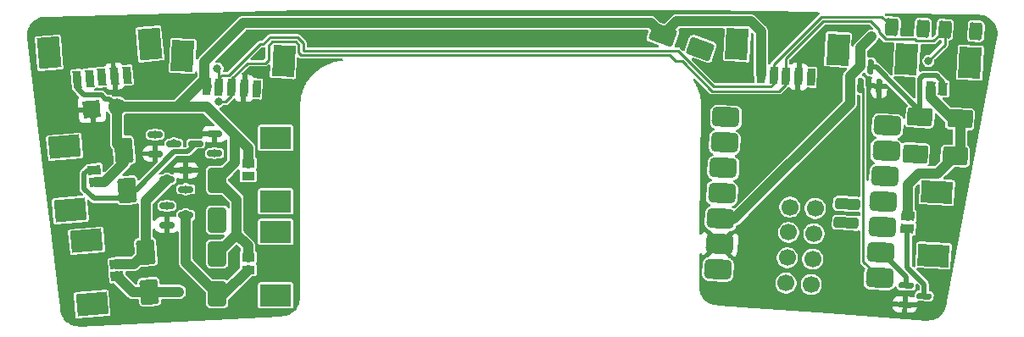
<source format=gbr>
%TF.GenerationSoftware,KiCad,Pcbnew,9.0.1*%
%TF.CreationDate,2025-06-09T02:25:26-04:00*%
%TF.ProjectId,Pneumatactors_1Xiao_3PiezoPumps_6Valves_Curved,506e6575-6d61-4746-9163-746f72735f31,rev?*%
%TF.SameCoordinates,Original*%
%TF.FileFunction,Copper,L1,Top*%
%TF.FilePolarity,Positive*%
%FSLAX46Y46*%
G04 Gerber Fmt 4.6, Leading zero omitted, Abs format (unit mm)*
G04 Created by KiCad (PCBNEW 9.0.1) date 2025-06-09 02:25:26*
%MOMM*%
%LPD*%
G01*
G04 APERTURE LIST*
G04 Aperture macros list*
%AMRoundRect*
0 Rectangle with rounded corners*
0 $1 Rounding radius*
0 $2 $3 $4 $5 $6 $7 $8 $9 X,Y pos of 4 corners*
0 Add a 4 corners polygon primitive as box body*
4,1,4,$2,$3,$4,$5,$6,$7,$8,$9,$2,$3,0*
0 Add four circle primitives for the rounded corners*
1,1,$1+$1,$2,$3*
1,1,$1+$1,$4,$5*
1,1,$1+$1,$6,$7*
1,1,$1+$1,$8,$9*
0 Add four rect primitives between the rounded corners*
20,1,$1+$1,$2,$3,$4,$5,0*
20,1,$1+$1,$4,$5,$6,$7,0*
20,1,$1+$1,$6,$7,$8,$9,0*
20,1,$1+$1,$8,$9,$2,$3,0*%
%AMRotRect*
0 Rectangle, with rotation*
0 The origin of the aperture is its center*
0 $1 length*
0 $2 width*
0 $3 Rotation angle, in degrees counterclockwise*
0 Add horizontal line*
21,1,$1,$2,0,0,$3*%
G04 Aperture macros list end*
%TA.AperFunction,SMDPad,CuDef*%
%ADD10RoundRect,0.150000X-0.594545X-0.119047X0.578844X-0.180542X0.594545X0.119047X-0.578844X0.180542X0*%
%TD*%
%TA.AperFunction,SMDPad,CuDef*%
%ADD11RoundRect,0.250000X-0.734682X0.939543X-0.560371X-1.052846X0.734682X-0.939543X0.560371X1.052846X0*%
%TD*%
%TA.AperFunction,SMDPad,CuDef*%
%ADD12R,1.295400X0.889000*%
%TD*%
%TA.AperFunction,SMDPad,CuDef*%
%ADD13R,3.098800X2.209800*%
%TD*%
%TA.AperFunction,SMDPad,CuDef*%
%ADD14RoundRect,0.250000X-0.432162X-0.603209X0.366742X-0.645078X0.432162X0.603209X-0.366742X0.645078X0*%
%TD*%
%TA.AperFunction,SMDPad,CuDef*%
%ADD15RoundRect,0.500000X0.899969X0.453521X-0.847633X0.545109X-0.899969X-0.453521X0.847633X-0.545109X0*%
%TD*%
%TA.AperFunction,SMDPad,CuDef*%
%ADD16RoundRect,0.275000X-0.988056X-0.223596X0.959271X-0.325651X0.988056X0.223596X-0.959271X0.325651X0*%
%TD*%
%TA.AperFunction,SMDPad,CuDef*%
%ADD17C,1.700000*%
%TD*%
%TA.AperFunction,SMDPad,CuDef*%
%ADD18RoundRect,0.250000X1.162006X0.268780X-0.717380X0.952820X-1.162006X-0.268780X0.717380X-0.952820X0*%
%TD*%
%TA.AperFunction,ComponentPad*%
%ADD19RotRect,1.700000X1.700000X95.000000*%
%TD*%
%TA.AperFunction,ComponentPad*%
%ADD20C,1.700000*%
%TD*%
%TA.AperFunction,SMDPad,CuDef*%
%ADD21RoundRect,0.150000X-0.587500X-0.150000X0.587500X-0.150000X0.587500X0.150000X-0.587500X0.150000X0*%
%TD*%
%TA.AperFunction,SMDPad,CuDef*%
%ADD22RoundRect,0.250000X1.032648X0.596773X-0.964611X0.701445X-1.032648X-0.596773X0.964611X-0.701445X0*%
%TD*%
%TA.AperFunction,SMDPad,CuDef*%
%ADD23RotRect,0.812800X1.701800X357.000000*%
%TD*%
%TA.AperFunction,SMDPad,CuDef*%
%ADD24RotRect,2.209800X3.098800X357.000000*%
%TD*%
%TA.AperFunction,SMDPad,CuDef*%
%ADD25RotRect,0.889000X1.295400X95.000000*%
%TD*%
%TA.AperFunction,SMDPad,CuDef*%
%ADD26RotRect,2.209800X3.098800X95.000000*%
%TD*%
%TA.AperFunction,SMDPad,CuDef*%
%ADD27RoundRect,0.150000X0.587500X0.150000X-0.587500X0.150000X-0.587500X-0.150000X0.587500X-0.150000X0*%
%TD*%
%TA.AperFunction,SMDPad,CuDef*%
%ADD28RotRect,0.889000X1.295400X357.000000*%
%TD*%
%TA.AperFunction,SMDPad,CuDef*%
%ADD29RoundRect,0.150000X0.119047X-0.594545X0.180542X0.578844X-0.119047X0.594545X-0.180542X-0.578844X0*%
%TD*%
%TA.AperFunction,SMDPad,CuDef*%
%ADD30RotRect,0.812800X1.701800X5.000000*%
%TD*%
%TA.AperFunction,SMDPad,CuDef*%
%ADD31RotRect,2.209800X3.098800X5.000000*%
%TD*%
%TA.AperFunction,SMDPad,CuDef*%
%ADD32RoundRect,0.250000X0.734682X-0.939543X0.560371X1.052846X-0.734682X0.939543X-0.560371X-1.052846X0*%
%TD*%
%TA.AperFunction,SMDPad,CuDef*%
%ADD33RoundRect,0.250000X-0.650000X1.000000X-0.650000X-1.000000X0.650000X-1.000000X0.650000X1.000000X0*%
%TD*%
%TA.AperFunction,SMDPad,CuDef*%
%ADD34RotRect,0.889000X1.295400X267.000000*%
%TD*%
%TA.AperFunction,SMDPad,CuDef*%
%ADD35RotRect,2.209800X3.098800X267.000000*%
%TD*%
%TA.AperFunction,ViaPad*%
%ADD36C,0.800000*%
%TD*%
%TA.AperFunction,Conductor*%
%ADD37C,1.000000*%
%TD*%
%TA.AperFunction,Conductor*%
%ADD38C,0.500000*%
%TD*%
%TA.AperFunction,Conductor*%
%ADD39C,0.250000*%
%TD*%
G04 APERTURE END LIST*
D10*
%TO.P,Q2,1,G*%
%TO.N,V2*%
X226876327Y-83408172D03*
%TO.P,Q2,2,S*%
%TO.N,GND*%
X226776889Y-85305568D03*
%TO.P,Q2,3,D*%
%TO.N,Net-(D3-A)*%
X228699038Y-84455000D03*
%TD*%
D11*
%TO.P,D6,1,K*%
%TO.N,5V*%
X148748187Y-69889610D03*
%TO.P,D6,2,A*%
%TO.N,Net-(D6-A)*%
X149096813Y-73874390D03*
%TD*%
D12*
%TO.P,J4,1,Pin_1*%
%TO.N,Net-(D4-A)*%
X161150700Y-72441000D03*
%TO.P,J4,2,Pin_2*%
%TO.N,5V*%
X161150700Y-71191000D03*
D13*
%TO.P,J4,3*%
%TO.N,N/C*%
X163900700Y-68641000D03*
%TO.P,J4,4*%
X163900700Y-74991000D03*
%TD*%
D14*
%TO.P,R1,1*%
%TO.N,SDA*%
X225476823Y-57565883D03*
%TO.P,R1,2*%
%TO.N,3V3*%
X228572575Y-57728125D03*
%TD*%
D15*
%TO.P,U2,1,PA02_A0_D0*%
%TO.N,V1*%
X224240799Y-82649525D03*
%TO.P,U2,2,PA4_A1_D1*%
%TO.N,V2*%
X224373732Y-80113006D03*
%TO.P,U2,3,PA10_A2_D2*%
%TO.N,V3*%
X224506666Y-77576487D03*
%TO.P,U2,4,PA11_A3_D3*%
%TO.N,V4*%
X224639599Y-75039968D03*
%TO.P,U2,5,PA8_A4_D4_SDA*%
%TO.N,SDA*%
X224772532Y-72503449D03*
%TO.P,U2,6,PA9_A5_D5_SCL*%
%TO.N,SCL*%
X224905466Y-69966930D03*
%TO.P,U2,7,PB08_A6_D6_TX*%
%TO.N,unconnected-(U2-PB08_A6_D6_TX-Pad7)*%
X225038399Y-67430411D03*
%TO.P,U2,8,PB09_A7_D7_RX*%
%TO.N,unconnected-(U2-PB09_A7_D7_RX-Pad8)*%
X208895553Y-66584400D03*
%TO.P,U2,9,PA7_A8_D8_SCK*%
%TO.N,V5*%
X208762619Y-69120919D03*
%TO.P,U2,10,PA5_A9_D9_MISO*%
%TO.N,V6*%
X208629686Y-71657438D03*
%TO.P,U2,11,PA6_A10_D10_MOSI*%
%TO.N,unconnected-(U2-PA6_A10_D10_MOSI-Pad11)*%
X208496753Y-74193957D03*
%TO.P,U2,12,3V3*%
%TO.N,3V3*%
X208363819Y-76730476D03*
%TO.P,U2,13,GND*%
%TO.N,GND*%
X208230886Y-79266995D03*
%TO.P,U2,14,5V*%
%TO.N,Net-(D1-K)*%
X208097953Y-81803514D03*
D16*
%TO.P,U2,15,5V*%
%TO.N,unconnected-(U2-5V-Pad15)*%
X221014554Y-75232511D03*
%TO.P,U2,16,GND*%
%TO.N,unconnected-(U2-GND-Pad16)*%
X220914854Y-77134901D03*
D17*
%TO.P,U2,17,PA31_SWDIO*%
%TO.N,unconnected-(U2-PA31_SWDIO-Pad17)*%
X217412134Y-83305038D03*
%TO.P,U2,18,PA30_SWCLK*%
%TO.N,unconnected-(U2-PA30_SWCLK-Pad18)*%
X214875615Y-83172105D03*
%TO.P,U2,19,RESET*%
%TO.N,unconnected-(U2-RESET-Pad19)*%
X217545067Y-80768519D03*
%TO.P,U2,20,GND*%
%TO.N,unconnected-(U2-GND-Pad20)*%
X215008548Y-80635586D03*
%TO.P,U2,21*%
%TO.N,N/C*%
X217678000Y-78232000D03*
%TO.P,U2,22*%
X215141481Y-78099067D03*
%TO.P,U2,23*%
X217810934Y-75695481D03*
%TO.P,U2,24*%
X215274415Y-75562548D03*
%TD*%
D18*
%TO.P,D1,1,K*%
%TO.N,Net-(D1-K)*%
X206349385Y-59739040D03*
%TO.P,D1,2,A*%
%TO.N,5V*%
X202590615Y-58370960D03*
%TD*%
D19*
%TO.P,J1,1,Pin_1*%
%TO.N,GND*%
X145551665Y-65753375D03*
D20*
%TO.P,J1,2,Pin_2*%
%TO.N,5V*%
X148082000Y-65532000D03*
%TD*%
D21*
%TO.P,Q3,1,G*%
%TO.N,V3*%
X151873500Y-68326000D03*
%TO.P,Q3,2,S*%
%TO.N,GND*%
X151873500Y-70226000D03*
%TO.P,Q3,3,D*%
%TO.N,Net-(D4-A)*%
X153748500Y-69276000D03*
%TD*%
D22*
%TO.P,D2,1,K*%
%TO.N,5V*%
X232265341Y-66746348D03*
%TO.P,D2,2,A*%
%TO.N,Net-(D2-A)*%
X228270823Y-66537004D03*
%TD*%
D23*
%TO.P,J8,1,1*%
%TO.N,unconnected-(J8-Pad1)*%
X217382709Y-62574937D03*
%TO.P,J8,2,2*%
%TO.N,GND*%
X216134422Y-62509517D03*
%TO.P,J8,3,3*%
%TO.N,SCL*%
X214886135Y-62444097D03*
%TO.P,J8,4,4*%
%TO.N,SDA*%
X213637848Y-62378678D03*
%TO.P,J8,5,5*%
%TO.N,5V*%
X212389561Y-62313258D03*
D24*
%TO.P,J8,6*%
%TO.N,N/C*%
X209994830Y-59283776D03*
%TO.P,J8,7*%
X220080989Y-59812369D03*
%TD*%
D22*
%TO.P,D3,1,K*%
%TO.N,5V*%
X231792082Y-70451676D03*
%TO.P,D3,2,A*%
%TO.N,Net-(D3-A)*%
X227797564Y-70242332D03*
%TD*%
D25*
%TO.P,J7,1,Pin_1*%
%TO.N,Net-(D7-A)*%
X147983733Y-81245433D03*
%TO.P,J7,2,Pin_2*%
%TO.N,5V*%
X148092678Y-82490676D03*
D26*
%TO.P,J7,3*%
%TO.N,N/C*%
X145575389Y-85270651D03*
%TO.P,J7,4*%
X145021949Y-78944815D03*
%TD*%
D23*
%TO.P,J9,1,1*%
%TO.N,unconnected-(J9-Pad1)*%
X162003684Y-63737360D03*
%TO.P,J9,2,2*%
%TO.N,GND*%
X160755397Y-63671939D03*
%TO.P,J9,3,3*%
%TO.N,SCL*%
X159507110Y-63606520D03*
%TO.P,J9,4,4*%
%TO.N,SDA*%
X158258823Y-63541099D03*
%TO.P,J9,5,5*%
%TO.N,5V*%
X157010536Y-63475680D03*
D24*
%TO.P,J9,6*%
%TO.N,N/C*%
X154615806Y-60446198D03*
%TO.P,J9,7*%
X164701963Y-60974792D03*
%TD*%
D27*
%TO.P,Q6,1,G*%
%TO.N,V6*%
X154940000Y-73782000D03*
%TO.P,Q6,2,S*%
%TO.N,GND*%
X154940000Y-71882000D03*
%TO.P,Q6,3,D*%
%TO.N,Net-(D7-A)*%
X153065000Y-72832000D03*
%TD*%
D14*
%TO.P,R2,1*%
%TO.N,SCL*%
X230763071Y-57819883D03*
%TO.P,R2,2*%
%TO.N,3V3*%
X233858823Y-57982125D03*
%TD*%
D27*
%TO.P,Q5,1,G*%
%TO.N,V5*%
X157812500Y-70160000D03*
%TO.P,Q5,2,S*%
%TO.N,GND*%
X157812500Y-68260000D03*
%TO.P,Q5,3,D*%
%TO.N,Net-(D6-A)*%
X155937500Y-69210000D03*
%TD*%
D28*
%TO.P,J2,1,Pin_1*%
%TO.N,Net-(D2-A)*%
X230568514Y-63736779D03*
%TO.P,J2,2,Pin_2*%
%TO.N,5V*%
X229320227Y-63671359D03*
D24*
%TO.P,J2,3*%
%TO.N,N/C*%
X226917646Y-60791671D03*
%TO.P,J2,4*%
X233258944Y-61124004D03*
%TD*%
D29*
%TO.P,Q1,1,G*%
%TO.N,V1*%
X222309427Y-63389566D03*
%TO.P,Q1,2,S*%
%TO.N,GND*%
X224206823Y-63489004D03*
%TO.P,Q1,3,D*%
%TO.N,Net-(D2-A)*%
X223356255Y-61566855D03*
%TD*%
D30*
%TO.P,J10,1,1*%
%TO.N,unconnected-(J10-Pad1)*%
X149047630Y-62365558D03*
%TO.P,J10,2,2*%
%TO.N,GND*%
X147802387Y-62474502D03*
%TO.P,J10,3,3*%
%TO.N,SCL*%
X146557144Y-62583448D03*
%TO.P,J10,4,4*%
%TO.N,SDA*%
X145311900Y-62692392D03*
%TO.P,J10,5,5*%
%TO.N,5V*%
X144066656Y-62801337D03*
D31*
%TO.P,J10,6*%
%TO.N,N/C*%
X141273609Y-60134620D03*
%TO.P,J10,7*%
X151335179Y-59254347D03*
%TD*%
D32*
%TO.P,D7,1,K*%
%TO.N,5V*%
X151304311Y-84034389D03*
%TO.P,D7,2,A*%
%TO.N,Net-(D7-A)*%
X150955689Y-80049611D03*
%TD*%
D33*
%TO.P,D5,1,K*%
%TO.N,5V*%
X158066500Y-80230000D03*
%TO.P,D5,2,A*%
%TO.N,Net-(D5-A)*%
X158066500Y-84230000D03*
%TD*%
D21*
%TO.P,Q4,1,G*%
%TO.N,V4*%
X153065000Y-75438000D03*
%TO.P,Q4,2,S*%
%TO.N,GND*%
X153065000Y-77338000D03*
%TO.P,Q4,3,D*%
%TO.N,Net-(D5-A)*%
X154940000Y-76388000D03*
%TD*%
D12*
%TO.P,J5,1,Pin_1*%
%TO.N,Net-(D5-A)*%
X161150700Y-81839000D03*
%TO.P,J5,2,Pin_2*%
%TO.N,5V*%
X161150700Y-80589000D03*
D13*
%TO.P,J5,3*%
%TO.N,N/C*%
X163900700Y-78039000D03*
%TO.P,J5,4*%
X163900700Y-84389000D03*
%TD*%
D33*
%TO.P,D4,1,K*%
%TO.N,5V*%
X158066500Y-72864000D03*
%TO.P,D4,2,A*%
%TO.N,Net-(D4-A)*%
X158066500Y-76864000D03*
%TD*%
D34*
%TO.P,J3,1,Pin_1*%
%TO.N,Net-(D3-A)*%
X227007048Y-77724695D03*
%TO.P,J3,2,Pin_2*%
%TO.N,5V*%
X227072468Y-76476408D03*
D35*
%TO.P,J3,3*%
%TO.N,N/C*%
X229952156Y-74073827D03*
%TO.P,J3,4*%
X229619823Y-80415125D03*
%TD*%
D25*
%TO.P,J6,1,Pin_1*%
%TO.N,Net-(D6-A)*%
X145796000Y-71847433D03*
%TO.P,J6,2,Pin_2*%
%TO.N,5V*%
X145904944Y-73092676D03*
D26*
%TO.P,J6,3*%
%TO.N,N/C*%
X143387656Y-75872651D03*
%TO.P,J6,4*%
X142834216Y-69546815D03*
%TD*%
D36*
%TO.N,5V*%
X227072468Y-76476408D03*
X154262111Y-84034389D03*
X212389561Y-62313258D03*
X158066500Y-80230000D03*
X212389561Y-62313258D03*
%TO.N,Net-(D3-A)*%
X227797564Y-70242332D03*
X227007048Y-77724695D03*
%TO.N,Net-(D4-A)*%
X158066500Y-76864000D03*
X161150700Y-72441000D03*
X153748500Y-69177000D03*
%TO.N,GND*%
X219964000Y-71374000D03*
X213360000Y-66802000D03*
X216408000Y-72644000D03*
X164592000Y-65786000D03*
X230378000Y-61468000D03*
X224790000Y-61214000D03*
X220980000Y-82042000D03*
X211836000Y-70358000D03*
X214376000Y-57658000D03*
X162306000Y-60452000D03*
X156210000Y-70612000D03*
X154178000Y-85598000D03*
X143256000Y-72644000D03*
X155956000Y-56896000D03*
X145796000Y-58674000D03*
X210185000Y-62230000D03*
X217170000Y-67564000D03*
X224383600Y-65582800D03*
X212344000Y-77724000D03*
X159207200Y-60553600D03*
X160274000Y-66548000D03*
X163830000Y-71628000D03*
X227584000Y-68580000D03*
X144272000Y-82042000D03*
X163576000Y-81534000D03*
X167386000Y-61214000D03*
X229362000Y-85598000D03*
X141732000Y-64516000D03*
X218948000Y-65278000D03*
X229870000Y-68580000D03*
X227330000Y-63246000D03*
X211836000Y-82804000D03*
X221488000Y-67818000D03*
X217424000Y-60198000D03*
%TO.N,SDA*%
X158089600Y-61722000D03*
X145311900Y-62692392D03*
X224772532Y-72503449D03*
X225433470Y-57522530D03*
%TO.N,SCL*%
X224905466Y-69966930D03*
X158191200Y-65024000D03*
X146557144Y-62583448D03*
X229108000Y-60960000D03*
%TO.N,3V3*%
X223413205Y-58526795D03*
X228572575Y-57728125D03*
X233858823Y-57982125D03*
%TO.N,Net-(D1-K)*%
X206344135Y-60052250D03*
X208097953Y-81803514D03*
%TO.N,V3*%
X224506666Y-77576487D03*
X151873500Y-68326000D03*
%TO.N,V4*%
X224639599Y-75039968D03*
X153065000Y-75438000D03*
%TO.N,V5*%
X208762619Y-69120919D03*
X157812500Y-70160000D03*
%TO.N,V6*%
X208629686Y-71657438D03*
X154940000Y-73782000D03*
%TD*%
D37*
%TO.N,5V*%
X148748187Y-71144385D02*
X146799896Y-73092676D01*
X161150700Y-79407200D02*
X160020000Y-78276500D01*
X157029652Y-65532000D02*
X159810500Y-68312848D01*
X202590615Y-58370960D02*
X203983902Y-56977673D01*
X148082000Y-65532000D02*
X157029652Y-65532000D01*
X211354017Y-56977673D02*
X212389561Y-58013217D01*
X161150700Y-69653048D02*
X159810500Y-68312848D01*
X160020000Y-78276500D02*
X158066500Y-80230000D01*
X232265341Y-66746348D02*
X232265341Y-69978417D01*
X149636391Y-84034389D02*
X148092678Y-82490676D01*
X154044245Y-65532000D02*
X148082000Y-65532000D01*
X148082000Y-65532000D02*
X148082000Y-69223423D01*
X229320227Y-64581195D02*
X231485380Y-66746348D01*
X156778122Y-62798122D02*
X154044245Y-65532000D01*
X202590615Y-58370960D02*
X201369655Y-57150000D01*
D38*
X144066656Y-63655487D02*
X144792696Y-64381527D01*
D37*
X156778122Y-62798122D02*
X156778122Y-63243266D01*
X161150700Y-71191000D02*
X161150700Y-69653048D01*
X228172341Y-72188352D02*
X227072468Y-73288225D01*
X232265341Y-69978417D02*
X231792082Y-70451676D01*
X160655000Y-57150000D02*
X156778122Y-61026878D01*
X212389561Y-58013217D02*
X212389561Y-62313258D01*
X156778122Y-61026878D02*
X156778122Y-62798122D01*
X148082000Y-69223423D02*
X148748187Y-69889610D01*
X156778122Y-63243266D02*
X157010536Y-63475680D01*
D38*
X146511159Y-64381527D02*
X146899632Y-64770000D01*
D37*
X151304311Y-84034389D02*
X154262111Y-84034389D01*
D38*
X146899632Y-64770000D02*
X147320000Y-64770000D01*
D37*
X160020000Y-74817500D02*
X160020000Y-78276500D01*
X230055406Y-72188352D02*
X228172341Y-72188352D01*
X161150700Y-80589000D02*
X161150700Y-79407200D01*
X229320227Y-63671359D02*
X229320227Y-64581195D01*
X201369655Y-57150000D02*
X160655000Y-57150000D01*
X158066500Y-72864000D02*
X160020000Y-74817500D01*
X159810500Y-71120000D02*
X158066500Y-72864000D01*
X148748187Y-69889610D02*
X148748187Y-71144385D01*
X231485380Y-66746348D02*
X232265341Y-66746348D01*
X231792082Y-70451676D02*
X230055406Y-72188352D01*
X203983902Y-56977673D02*
X211354017Y-56977673D01*
X159810500Y-68312848D02*
X159810500Y-71120000D01*
X227072468Y-73288225D02*
X227072468Y-76476408D01*
D38*
X147320000Y-64770000D02*
X148082000Y-65532000D01*
D37*
X146799896Y-73092676D02*
X145904944Y-73092676D01*
D38*
X144792696Y-64381527D02*
X146511159Y-64381527D01*
X144066656Y-62801337D02*
X144066656Y-63655487D01*
D37*
X151304311Y-84034389D02*
X149636391Y-84034389D01*
D38*
%TO.N,Net-(D3-A)*%
X227007048Y-81592048D02*
X228699038Y-83284038D01*
X227007048Y-77724695D02*
X227007048Y-81592048D01*
X228699038Y-83284038D02*
X228699038Y-84455000D01*
D37*
%TO.N,Net-(D5-A)*%
X158066500Y-84230000D02*
X158759700Y-84230000D01*
X154940000Y-76388000D02*
X154940000Y-81103500D01*
X154940000Y-81103500D02*
X158066500Y-84230000D01*
X158759700Y-84230000D02*
X161150700Y-81839000D01*
D39*
%TO.N,V1*%
X224240799Y-82649525D02*
X222604651Y-81013377D01*
X222604651Y-81013377D02*
X222604651Y-63684790D01*
X222604651Y-63684790D02*
X222309427Y-63389566D01*
D38*
%TO.N,V2*%
X224373732Y-80113006D02*
X224408978Y-80113006D01*
X224408978Y-80113006D02*
X226876327Y-82580355D01*
X226876327Y-82580355D02*
X226876327Y-83408172D01*
D39*
%TO.N,SDA*%
X162740488Y-59239000D02*
X162740488Y-59210023D01*
X218440000Y-56515000D02*
X213637848Y-61317152D01*
X158538337Y-62409517D02*
X159202673Y-62409517D01*
X225433470Y-57522530D02*
X224425940Y-56515000D01*
X163357822Y-58592689D02*
X166092630Y-58592689D01*
X207689426Y-63510261D02*
X213358333Y-63510261D01*
X158258823Y-63541099D02*
X158258823Y-62689031D01*
X159202673Y-62409517D02*
X162373190Y-59239000D01*
X224425940Y-56515000D02*
X218440000Y-56515000D01*
X213637848Y-63230746D02*
X213637848Y-62378678D01*
X162373190Y-59239000D02*
X162740488Y-59239000D01*
X213358333Y-63510261D02*
X213637848Y-63230746D01*
X158258823Y-62689031D02*
X158538337Y-62409517D01*
X162740488Y-59210023D02*
X163357822Y-58592689D01*
X166663438Y-59944000D02*
X204123165Y-59944000D01*
X213637848Y-61317152D02*
X213637848Y-62378678D01*
X166663438Y-59163497D02*
X166663438Y-59944000D01*
X158258823Y-61891223D02*
X158089600Y-61722000D01*
X166092630Y-58592689D02*
X166663438Y-59163497D01*
X225476823Y-57565883D02*
X225433470Y-57522530D01*
X158258823Y-63541099D02*
X158258823Y-61891223D01*
X204123165Y-59944000D02*
X207689426Y-63510261D01*
%TO.N,SCL*%
X159507110Y-63606520D02*
X159507110Y-64458588D01*
X204501355Y-60960000D02*
X203866355Y-60960000D01*
X214886135Y-63296165D02*
X214221039Y-63961261D01*
X166476628Y-60395000D02*
X166212438Y-60130810D01*
X163544632Y-59043689D02*
X163191488Y-59396833D01*
X162850000Y-61178000D02*
X161072000Y-61178000D01*
X166212438Y-59350307D02*
X165905820Y-59043689D01*
X224155000Y-57785000D02*
X224155000Y-58100450D01*
X230763071Y-57819883D02*
X230763071Y-59304929D01*
X158941698Y-65024000D02*
X158191200Y-65024000D01*
X224155000Y-58100450D02*
X224842457Y-58787907D01*
X230763071Y-59304929D02*
X229108000Y-60960000D01*
X159507110Y-62742890D02*
X161072000Y-61178000D01*
X166212438Y-60130810D02*
X166212438Y-59350307D01*
X207502616Y-63961261D02*
X204501355Y-60960000D01*
X227938209Y-58950149D02*
X229632805Y-58950149D01*
X214886135Y-62444097D02*
X214886135Y-63296165D01*
X165905820Y-59043689D02*
X163544632Y-59043689D01*
X203866355Y-60960000D02*
X203301355Y-60395000D01*
X227775967Y-58787907D02*
X227938209Y-58950149D01*
X218626810Y-56966000D02*
X214886135Y-60706675D01*
X218626810Y-56966000D02*
X223336000Y-56966000D01*
X224842457Y-58787907D02*
X227775967Y-58787907D01*
X163191488Y-59396833D02*
X163191488Y-60836512D01*
X214221039Y-63961261D02*
X207502616Y-63961261D01*
X159507110Y-64458588D02*
X158941698Y-65024000D01*
X163191488Y-60836512D02*
X162850000Y-61178000D01*
X223336000Y-56966000D02*
X224155000Y-57785000D01*
X214886135Y-60706675D02*
X214886135Y-62444097D01*
X203301355Y-60395000D02*
X166476628Y-60395000D01*
X229632805Y-58950149D02*
X230763071Y-57819883D01*
X159507110Y-63606520D02*
X159507110Y-62742890D01*
D38*
%TO.N,Net-(D6-A)*%
X145145826Y-71847433D02*
X144769968Y-72223291D01*
X155120500Y-70027000D02*
X153747000Y-70027000D01*
X144769968Y-73701265D02*
X145773849Y-74705146D01*
X153747000Y-70027000D02*
X149899610Y-73874390D01*
X149899610Y-73874390D02*
X149096813Y-73874390D01*
X145796000Y-71847433D02*
X145145826Y-71847433D01*
X155937500Y-69210000D02*
X155120500Y-70027000D01*
X148266057Y-74705146D02*
X149096813Y-73874390D01*
X144769968Y-72223291D02*
X144769968Y-73701265D01*
X145773849Y-74705146D02*
X148266057Y-74705146D01*
D37*
%TO.N,Net-(D7-A)*%
X149759867Y-81245433D02*
X150955689Y-80049611D01*
X150955689Y-74941311D02*
X153065000Y-72832000D01*
X147983733Y-81245433D02*
X149759867Y-81245433D01*
X150955689Y-80049611D02*
X150955689Y-74941311D01*
%TO.N,3V3*%
X208363819Y-76730476D02*
X209740706Y-76730476D01*
X222324147Y-61453898D02*
X222324147Y-59615853D01*
X222324147Y-59615853D02*
X223413205Y-58526795D01*
X221277319Y-62500726D02*
X222324147Y-61453898D01*
X209740706Y-76730476D02*
X221277319Y-65193863D01*
X221277319Y-65193863D02*
X221277319Y-62500726D01*
D38*
%TO.N,Net-(D2-A)*%
X229901730Y-62421406D02*
X228553121Y-62421406D01*
X228270823Y-65939816D02*
X228270823Y-66537004D01*
X228553121Y-62421406D02*
X228270823Y-62703704D01*
X230568514Y-63736779D02*
X230568514Y-63088190D01*
X230568514Y-63088190D02*
X229901730Y-62421406D01*
X228270823Y-62703704D02*
X228270823Y-66537004D01*
X223897862Y-61566855D02*
X228270823Y-65939816D01*
X223356255Y-61566855D02*
X223897862Y-61566855D01*
%TD*%
%TA.AperFunction,Conductor*%
%TO.N,GND*%
G36*
X206503050Y-55880516D02*
G01*
X218124074Y-56073311D01*
X218190777Y-56094105D01*
X218235649Y-56147661D01*
X218244444Y-56216975D01*
X218214369Y-56280040D01*
X218209697Y-56284975D01*
X213377385Y-61117287D01*
X213377381Y-61117293D01*
X213334529Y-61191514D01*
X213333836Y-61194102D01*
X213332654Y-61196040D01*
X213331419Y-61199023D01*
X213330953Y-61198830D01*
X213297472Y-61253763D01*
X213234625Y-61284293D01*
X213165250Y-61275999D01*
X213111371Y-61231514D01*
X213090096Y-61164962D01*
X213090061Y-61162010D01*
X213090061Y-57944221D01*
X213090060Y-57944219D01*
X213063143Y-57808898D01*
X213063138Y-57808880D01*
X213062021Y-57806184D01*
X213062018Y-57806178D01*
X213038795Y-57750113D01*
X213025786Y-57718706D01*
X213010336Y-57681406D01*
X213010335Y-57681404D01*
X213010334Y-57681402D01*
X212933676Y-57566676D01*
X212887148Y-57520148D01*
X212836103Y-57469103D01*
X212583314Y-57216314D01*
X211800563Y-56433561D01*
X211800562Y-56433560D01*
X211685824Y-56356895D01*
X211558349Y-56304094D01*
X211558339Y-56304091D01*
X211423013Y-56277173D01*
X211423011Y-56277173D01*
X211423010Y-56277173D01*
X203914909Y-56277173D01*
X203914905Y-56277173D01*
X203806492Y-56298738D01*
X203806491Y-56298738D01*
X203793033Y-56301415D01*
X203779575Y-56304092D01*
X203753170Y-56315029D01*
X203726768Y-56325965D01*
X203726766Y-56325966D01*
X203726765Y-56325965D01*
X203652093Y-56356896D01*
X203582461Y-56403424D01*
X203582460Y-56403425D01*
X203537356Y-56433561D01*
X202778787Y-57192130D01*
X202717464Y-57225615D01*
X202648696Y-57220971D01*
X202332701Y-57105959D01*
X202287430Y-57077118D01*
X201816201Y-56605888D01*
X201816200Y-56605887D01*
X201701462Y-56529222D01*
X201573987Y-56476421D01*
X201573977Y-56476418D01*
X201438651Y-56449500D01*
X201438649Y-56449500D01*
X201438648Y-56449500D01*
X160586007Y-56449500D01*
X160586003Y-56449500D01*
X160477590Y-56471065D01*
X160477589Y-56471065D01*
X160464131Y-56473742D01*
X160450673Y-56476419D01*
X160433580Y-56483499D01*
X160397866Y-56498292D01*
X160397864Y-56498293D01*
X160397863Y-56498292D01*
X160323191Y-56529223D01*
X160226726Y-56593680D01*
X160208460Y-56605884D01*
X160208454Y-56605889D01*
X156234010Y-60580331D01*
X156234009Y-60580332D01*
X156157346Y-60695068D01*
X156150277Y-60712134D01*
X156106434Y-60766536D01*
X156040140Y-60788599D01*
X155972441Y-60771318D01*
X155924832Y-60720180D01*
X155911887Y-60658190D01*
X155998922Y-58997471D01*
X156001540Y-58947521D01*
X156001237Y-58945432D01*
X155992984Y-58888508D01*
X155992294Y-58887348D01*
X155952202Y-58819962D01*
X155952201Y-58819961D01*
X155952200Y-58819959D01*
X155930198Y-58803529D01*
X155888290Y-58772234D01*
X155869024Y-58767341D01*
X155830495Y-58757556D01*
X155627042Y-58746893D01*
X153584283Y-58639836D01*
X153525267Y-58648393D01*
X153456721Y-58689174D01*
X153408996Y-58753085D01*
X153402962Y-58776844D01*
X153394318Y-58810881D01*
X153391191Y-58870556D01*
X153230071Y-61944874D01*
X153238628Y-62003889D01*
X153279409Y-62072433D01*
X153279410Y-62072434D01*
X153279412Y-62072437D01*
X153279415Y-62072439D01*
X153343321Y-62120161D01*
X153343322Y-62120161D01*
X153343323Y-62120162D01*
X153401117Y-62134840D01*
X155439937Y-62241690D01*
X155647328Y-62252559D01*
X155647328Y-62252558D01*
X155647330Y-62252559D01*
X155706342Y-62244003D01*
X155724959Y-62232927D01*
X155774890Y-62203221D01*
X155775414Y-62202520D01*
X155822616Y-62139309D01*
X155833438Y-62096696D01*
X155869018Y-62036568D01*
X155931460Y-62005219D01*
X156000938Y-62012605D01*
X156055394Y-62056381D01*
X156077538Y-62122649D01*
X156077622Y-62127222D01*
X156077622Y-62456603D01*
X156057937Y-62523642D01*
X156041303Y-62544284D01*
X153790407Y-64795181D01*
X153729084Y-64828666D01*
X153702726Y-64831500D01*
X148918494Y-64831500D01*
X148851455Y-64811815D01*
X148830817Y-64795185D01*
X148751655Y-64716023D01*
X148579598Y-64601059D01*
X148575969Y-64599556D01*
X148388420Y-64521870D01*
X148388412Y-64521868D01*
X148185469Y-64481500D01*
X148185465Y-64481500D01*
X147978535Y-64481500D01*
X147978530Y-64481500D01*
X147785029Y-64519990D01*
X147715437Y-64513763D01*
X147673157Y-64486054D01*
X147596616Y-64409513D01*
X147596614Y-64409511D01*
X147543406Y-64378791D01*
X147493888Y-64350201D01*
X147472968Y-64344596D01*
X147469673Y-64343713D01*
X147469670Y-64343712D01*
X147408292Y-64327266D01*
X147379309Y-64319500D01*
X147379308Y-64319500D01*
X147137598Y-64319500D01*
X147070559Y-64299815D01*
X147049917Y-64283181D01*
X146787775Y-64021040D01*
X146787773Y-64021038D01*
X146736409Y-63991383D01*
X146685047Y-63961728D01*
X146672939Y-63958484D01*
X146660832Y-63955240D01*
X146660829Y-63955239D01*
X146622637Y-63945005D01*
X146570468Y-63931027D01*
X146570467Y-63931027D01*
X145913086Y-63931027D01*
X145846047Y-63911342D01*
X145800292Y-63858538D01*
X145790348Y-63789380D01*
X145819373Y-63725824D01*
X145844152Y-63703954D01*
X145860037Y-63693329D01*
X145885308Y-63685964D01*
X145947515Y-63636037D01*
X145948564Y-63634124D01*
X145961031Y-63625787D01*
X145989430Y-63616881D01*
X146016952Y-63605545D01*
X146022408Y-63606540D01*
X146027700Y-63604881D01*
X146056406Y-63612743D01*
X146085687Y-63618085D01*
X146089608Y-63620146D01*
X146095047Y-63623130D01*
X146095048Y-63623131D01*
X146164979Y-63661497D01*
X146224253Y-63667988D01*
X146954656Y-63604086D01*
X147023155Y-63617853D01*
X147057874Y-63644933D01*
X147146999Y-63744548D01*
X147269164Y-63820348D01*
X147407745Y-63858661D01*
X147467638Y-63859849D01*
X147671076Y-63842049D01*
X147553338Y-62496291D01*
X147435599Y-61150531D01*
X147435598Y-61150530D01*
X147232153Y-61168330D01*
X147173386Y-61179898D01*
X147043562Y-61241695D01*
X146936411Y-61337561D01*
X146936411Y-61337562D01*
X146865940Y-61451137D01*
X146813868Y-61497723D01*
X146771382Y-61509288D01*
X146040983Y-61573189D01*
X146040982Y-61573190D01*
X145983736Y-61589876D01*
X145983735Y-61589876D01*
X145983734Y-61589877D01*
X145983733Y-61589877D01*
X145916693Y-61643684D01*
X145852089Y-61670294D01*
X145783354Y-61657753D01*
X145779435Y-61655693D01*
X145772926Y-61652122D01*
X145704065Y-61614343D01*
X145704063Y-61614342D01*
X145704062Y-61614342D01*
X145644797Y-61607852D01*
X145644784Y-61607852D01*
X144795739Y-61682133D01*
X144795738Y-61682134D01*
X144738492Y-61698820D01*
X144738491Y-61698820D01*
X144738490Y-61698821D01*
X144738489Y-61698821D01*
X144671447Y-61752629D01*
X144606843Y-61779239D01*
X144538109Y-61766697D01*
X144534191Y-61764637D01*
X144458822Y-61723288D01*
X144458817Y-61723287D01*
X144399553Y-61716797D01*
X144399540Y-61716797D01*
X143550495Y-61791078D01*
X143550494Y-61791079D01*
X143493248Y-61807765D01*
X143493247Y-61807765D01*
X143493246Y-61807766D01*
X143493245Y-61807766D01*
X143431040Y-61857692D01*
X143392675Y-61927622D01*
X143386183Y-61986894D01*
X143386183Y-61986903D01*
X143537946Y-63721565D01*
X143537947Y-63721567D01*
X143554633Y-63778813D01*
X143554634Y-63778814D01*
X143554634Y-63778815D01*
X143587969Y-63820348D01*
X143604560Y-63841020D01*
X143645902Y-63863701D01*
X143693645Y-63910413D01*
X143706168Y-63932103D01*
X143993829Y-64219763D01*
X144249442Y-64475377D01*
X144282927Y-64536699D01*
X144277943Y-64606390D01*
X144249025Y-64648754D01*
X144249556Y-64649200D01*
X144245081Y-64654532D01*
X144244445Y-64655465D01*
X144243858Y-64655989D01*
X144243856Y-64655992D01*
X144168052Y-64778163D01*
X144129739Y-64916746D01*
X144128551Y-64976637D01*
X144185012Y-65621986D01*
X145096198Y-65542267D01*
X145085740Y-65560382D01*
X145051665Y-65687549D01*
X145051665Y-65819201D01*
X145085740Y-65946368D01*
X145139997Y-66040344D01*
X144228589Y-66120082D01*
X144285051Y-66765439D01*
X144296619Y-66824204D01*
X144296622Y-66824214D01*
X144358415Y-66954031D01*
X144358416Y-66954032D01*
X144454282Y-67061183D01*
X144576453Y-67136987D01*
X144715036Y-67175300D01*
X144774926Y-67176488D01*
X145420276Y-67120026D01*
X145340558Y-66208841D01*
X145358672Y-66219300D01*
X145485839Y-66253375D01*
X145617491Y-66253375D01*
X145744658Y-66219300D01*
X145838635Y-66165041D01*
X145918372Y-67076449D01*
X146563729Y-67019988D01*
X146622494Y-67008420D01*
X146622504Y-67008417D01*
X146752321Y-66946624D01*
X146752322Y-66946623D01*
X146859473Y-66850757D01*
X146935277Y-66728586D01*
X146973590Y-66590003D01*
X146974778Y-66530112D01*
X146940000Y-66132600D01*
X146953767Y-66064100D01*
X147002382Y-66013917D01*
X147070410Y-65997984D01*
X147136254Y-66021359D01*
X147166630Y-66052902D01*
X147266023Y-66201655D01*
X147345182Y-66280814D01*
X147378666Y-66342135D01*
X147381500Y-66368494D01*
X147381500Y-69154429D01*
X147381500Y-69292417D01*
X147381500Y-69292419D01*
X147381499Y-69292419D01*
X147408418Y-69427745D01*
X147408421Y-69427755D01*
X147461222Y-69555230D01*
X147534660Y-69665139D01*
X147537886Y-69669966D01*
X147600635Y-69732715D01*
X147634119Y-69794036D01*
X147636481Y-69809588D01*
X147743760Y-71035787D01*
X147750612Y-71073269D01*
X147747797Y-71073783D01*
X147748728Y-71130331D01*
X147716873Y-71185040D01*
X146868218Y-72033695D01*
X146806895Y-72067180D01*
X146737203Y-72062196D01*
X146681270Y-72020324D01*
X146657009Y-71956823D01*
X146600510Y-71311026D01*
X146583825Y-71253780D01*
X146533898Y-71191573D01*
X146533897Y-71191572D01*
X146463967Y-71153207D01*
X146404693Y-71146715D01*
X146404691Y-71146715D01*
X146404690Y-71146715D01*
X145074877Y-71263058D01*
X145074876Y-71263059D01*
X145017630Y-71279745D01*
X145017629Y-71279745D01*
X145017628Y-71279746D01*
X145017627Y-71279746D01*
X144955422Y-71329672D01*
X144955421Y-71329673D01*
X144917057Y-71399602D01*
X144917056Y-71399606D01*
X144916768Y-71402237D01*
X144914540Y-71407584D01*
X144913383Y-71411255D01*
X144913054Y-71411151D01*
X144889901Y-71466735D01*
X144870934Y-71485220D01*
X144409481Y-71946674D01*
X144409477Y-71946680D01*
X144350169Y-72049403D01*
X144350168Y-72049408D01*
X144319468Y-72163982D01*
X144319468Y-73760573D01*
X144339975Y-73837107D01*
X144350167Y-73875150D01*
X144374547Y-73917376D01*
X144409479Y-73977879D01*
X144409481Y-73977881D01*
X144676611Y-74245011D01*
X144710096Y-74306334D01*
X144705112Y-74376026D01*
X144663240Y-74431959D01*
X144599737Y-74456220D01*
X141710710Y-74708978D01*
X141710697Y-74708981D01*
X141653462Y-74725663D01*
X141653457Y-74725665D01*
X141591252Y-74775591D01*
X141552887Y-74845521D01*
X141546395Y-74904793D01*
X141546395Y-74904802D01*
X141742433Y-77145528D01*
X141742436Y-77145541D01*
X141759117Y-77202775D01*
X141759120Y-77202781D01*
X141809045Y-77264985D01*
X141809047Y-77264986D01*
X141878978Y-77303352D01*
X141938252Y-77309844D01*
X145064606Y-77036323D01*
X145121853Y-77019637D01*
X145184059Y-76969711D01*
X145222425Y-76899780D01*
X145228917Y-76840506D01*
X145062714Y-74940808D01*
X145076481Y-74872311D01*
X145125096Y-74822128D01*
X145193124Y-74806195D01*
X145258968Y-74829570D01*
X145273923Y-74842323D01*
X145497235Y-75065635D01*
X145599962Y-75124945D01*
X145624170Y-75131430D01*
X145624173Y-75131432D01*
X145624174Y-75131432D01*
X145654296Y-75139503D01*
X145714540Y-75155646D01*
X148081222Y-75155646D01*
X148148261Y-75175331D01*
X148174195Y-75197597D01*
X148243595Y-75276237D01*
X148243598Y-75276239D01*
X148359472Y-75347048D01*
X148359473Y-75347048D01*
X148359476Y-75347050D01*
X148491080Y-75380561D01*
X148521646Y-75380751D01*
X148521646Y-75380750D01*
X148521650Y-75380751D01*
X149277049Y-75314662D01*
X149924818Y-75257990D01*
X149924821Y-75257989D01*
X149924826Y-75257989D01*
X149949990Y-75253389D01*
X149954887Y-75252494D01*
X150078673Y-75196640D01*
X150078675Y-75196638D01*
X150080189Y-75195955D01*
X150149392Y-75186325D01*
X150212816Y-75215638D01*
X150250323Y-75274587D01*
X150255189Y-75308982D01*
X150255189Y-78541230D01*
X150235504Y-78608269D01*
X150182700Y-78654024D01*
X150142004Y-78664757D01*
X150127706Y-78666008D01*
X150127684Y-78666011D01*
X150097615Y-78671507D01*
X150097612Y-78671507D01*
X149973826Y-78727362D01*
X149973825Y-78727362D01*
X149872008Y-78817217D01*
X149872000Y-78817226D01*
X149801195Y-78933096D01*
X149801192Y-78933102D01*
X149767682Y-79064705D01*
X149767491Y-79095277D01*
X149855120Y-80096880D01*
X149841353Y-80165380D01*
X149819273Y-80195368D01*
X149506027Y-80508615D01*
X149444706Y-80542099D01*
X149418348Y-80544933D01*
X148594416Y-80544933D01*
X148592426Y-80544715D01*
X148589934Y-80544933D01*
X147914738Y-80544933D01*
X147779410Y-80571851D01*
X147779409Y-80571852D01*
X147779408Y-80571852D01*
X147779405Y-80571853D01*
X147709878Y-80600652D01*
X147662389Y-80620322D01*
X147625745Y-80629288D01*
X147262609Y-80661059D01*
X147205363Y-80677745D01*
X147205362Y-80677745D01*
X147205361Y-80677746D01*
X147205360Y-80677746D01*
X147143155Y-80727672D01*
X147143154Y-80727673D01*
X147104790Y-80797602D01*
X147104789Y-80797606D01*
X147098299Y-80856870D01*
X147098299Y-80856883D01*
X147179222Y-81781837D01*
X147195908Y-81839086D01*
X147195909Y-81839087D01*
X147221035Y-81870394D01*
X147247645Y-81934998D01*
X147235103Y-82003733D01*
X147233044Y-82007648D01*
X147213736Y-82042843D01*
X147213734Y-82042849D01*
X147207244Y-82102113D01*
X147207244Y-82102126D01*
X147288167Y-83027080D01*
X147288168Y-83027083D01*
X147304853Y-83084329D01*
X147354780Y-83146536D01*
X147424711Y-83184902D01*
X147483985Y-83191394D01*
X147719494Y-83170789D01*
X147787992Y-83184555D01*
X147817981Y-83206636D01*
X149189844Y-84578500D01*
X149189845Y-84578501D01*
X149304583Y-84655166D01*
X149429465Y-84706893D01*
X149432063Y-84707969D01*
X149432067Y-84707969D01*
X149432068Y-84707970D01*
X149567394Y-84734889D01*
X149567397Y-84734889D01*
X149567398Y-84734889D01*
X150147268Y-84734889D01*
X150214307Y-84754574D01*
X150260062Y-84807378D01*
X150270796Y-84848082D01*
X150299884Y-85180566D01*
X150305378Y-85210621D01*
X150305380Y-85210629D01*
X150361039Y-85333980D01*
X150361234Y-85334413D01*
X150430139Y-85412492D01*
X150451093Y-85436236D01*
X150451096Y-85436238D01*
X150566970Y-85507047D01*
X150566971Y-85507047D01*
X150566974Y-85507049D01*
X150698578Y-85540560D01*
X150729144Y-85540750D01*
X150729144Y-85540749D01*
X150729148Y-85540750D01*
X151484547Y-85474661D01*
X152132316Y-85417989D01*
X152132319Y-85417988D01*
X152132324Y-85417988D01*
X152157180Y-85413444D01*
X152162385Y-85412493D01*
X152286171Y-85356639D01*
X152286173Y-85356637D01*
X152286174Y-85356637D01*
X152368176Y-85284269D01*
X152387995Y-85266779D01*
X152399165Y-85248501D01*
X152440683Y-85180558D01*
X152458807Y-85150899D01*
X152492318Y-85019294D01*
X152492509Y-84988728D01*
X152482095Y-84869696D01*
X152495861Y-84801197D01*
X152544477Y-84751014D01*
X152605623Y-84734889D01*
X154331106Y-84734889D01*
X154422152Y-84716778D01*
X154466439Y-84707969D01*
X154593922Y-84655164D01*
X154708653Y-84578503D01*
X154806225Y-84480931D01*
X154882886Y-84366200D01*
X154935691Y-84238717D01*
X154946926Y-84182234D01*
X154962611Y-84103384D01*
X154962611Y-83965393D01*
X154935692Y-83830066D01*
X154935691Y-83830065D01*
X154935691Y-83830061D01*
X154927402Y-83810049D01*
X154882889Y-83702584D01*
X154882882Y-83702571D01*
X154806225Y-83587847D01*
X154806222Y-83587843D01*
X154708656Y-83490277D01*
X154708652Y-83490274D01*
X154593928Y-83413617D01*
X154593915Y-83413610D01*
X154466443Y-83360810D01*
X154466433Y-83360807D01*
X154331106Y-83333889D01*
X154331104Y-83333889D01*
X152461354Y-83333889D01*
X152394315Y-83314204D01*
X152348560Y-83261400D01*
X152337826Y-83220696D01*
X152318397Y-82998625D01*
X152308738Y-82888220D01*
X152308737Y-82888217D01*
X152308737Y-82888211D01*
X152303243Y-82858156D01*
X152303241Y-82858148D01*
X152276426Y-82798720D01*
X152247388Y-82734365D01*
X152157529Y-82632542D01*
X152157528Y-82632541D01*
X152157525Y-82632539D01*
X152041651Y-82561730D01*
X152041648Y-82561729D01*
X151910047Y-82528218D01*
X151879473Y-82528027D01*
X150476297Y-82650789D01*
X150446242Y-82656283D01*
X150446234Y-82656285D01*
X150322448Y-82712140D01*
X150322447Y-82712140D01*
X150220630Y-82801995D01*
X150220622Y-82802004D01*
X150149817Y-82917874D01*
X150149814Y-82917880D01*
X150116304Y-83049483D01*
X150116113Y-83080054D01*
X150126527Y-83199081D01*
X150123681Y-83213240D01*
X150125737Y-83227536D01*
X150116935Y-83246808D01*
X150112761Y-83267581D01*
X150102711Y-83277953D01*
X150096712Y-83291092D01*
X150078885Y-83302548D01*
X150064145Y-83317764D01*
X150048990Y-83321760D01*
X150037934Y-83328866D01*
X150002999Y-83333889D01*
X149977910Y-83333889D01*
X149910871Y-83314204D01*
X149890229Y-83297570D01*
X148962682Y-82370023D01*
X148929197Y-82308700D01*
X148926836Y-82293156D01*
X148910123Y-82102120D01*
X148908253Y-82080740D01*
X148922020Y-82012240D01*
X148970636Y-81962057D01*
X149031781Y-81945933D01*
X149828863Y-81945933D01*
X149919907Y-81927822D01*
X149964195Y-81919013D01*
X150027936Y-81892610D01*
X150091674Y-81866210D01*
X150091675Y-81866209D01*
X150091678Y-81866208D01*
X150206410Y-81789547D01*
X150413775Y-81582180D01*
X150475094Y-81548698D01*
X150490637Y-81546337D01*
X151783694Y-81433211D01*
X151783697Y-81433210D01*
X151783702Y-81433210D01*
X151808558Y-81428666D01*
X151813763Y-81427715D01*
X151937549Y-81371861D01*
X151937551Y-81371859D01*
X151937552Y-81371859D01*
X152000541Y-81316270D01*
X152039373Y-81282001D01*
X152049080Y-81266117D01*
X152065934Y-81238534D01*
X152110185Y-81166121D01*
X152143696Y-81034516D01*
X152143887Y-81003950D01*
X151960116Y-78903442D01*
X151960115Y-78903439D01*
X151960115Y-78903433D01*
X151954621Y-78873378D01*
X151954619Y-78873370D01*
X151925072Y-78807887D01*
X151898766Y-78749587D01*
X151808907Y-78647764D01*
X151808906Y-78647763D01*
X151715530Y-78590702D01*
X151668591Y-78538948D01*
X151656189Y-78484894D01*
X151656189Y-77829416D01*
X151675874Y-77762377D01*
X151728678Y-77716622D01*
X151797836Y-77706678D01*
X151861392Y-77735703D01*
X151886921Y-77766295D01*
X151959815Y-77889553D01*
X151959821Y-77889561D01*
X152075938Y-78005678D01*
X152075947Y-78005685D01*
X152217303Y-78089282D01*
X152217306Y-78089283D01*
X152375004Y-78135099D01*
X152375010Y-78135100D01*
X152411850Y-78137999D01*
X152411866Y-78138000D01*
X152815000Y-78138000D01*
X152815000Y-76538000D01*
X152411850Y-76538000D01*
X152375010Y-76540899D01*
X152375004Y-76540900D01*
X152217306Y-76586716D01*
X152217303Y-76586717D01*
X152075947Y-76670314D01*
X152075938Y-76670321D01*
X151959821Y-76786438D01*
X151959814Y-76786447D01*
X151886921Y-76909704D01*
X151835852Y-76957388D01*
X151767110Y-76969891D01*
X151702521Y-76943246D01*
X151662591Y-76885910D01*
X151656189Y-76846583D01*
X151656189Y-75282830D01*
X151664437Y-75254739D01*
X152127000Y-75254739D01*
X152127000Y-75621260D01*
X152136926Y-75689391D01*
X152188303Y-75794485D01*
X152271014Y-75877196D01*
X152271015Y-75877196D01*
X152271017Y-75877198D01*
X152376107Y-75928573D01*
X152383362Y-75929630D01*
X152444239Y-75938500D01*
X152444240Y-75938500D01*
X152697666Y-75938500D01*
X152759665Y-75955112D01*
X152833216Y-75997577D01*
X152985943Y-76038500D01*
X152985945Y-76038500D01*
X153144055Y-76038500D01*
X153144057Y-76038500D01*
X153296784Y-75997577D01*
X153370334Y-75955112D01*
X153432334Y-75938500D01*
X153685761Y-75938500D01*
X153708471Y-75935191D01*
X153753893Y-75928573D01*
X153858983Y-75877198D01*
X153941698Y-75794483D01*
X153993073Y-75689393D01*
X154003000Y-75621260D01*
X154003000Y-75254740D01*
X153993073Y-75186607D01*
X153941698Y-75081517D01*
X153941696Y-75081515D01*
X153941696Y-75081514D01*
X153858985Y-74998803D01*
X153753891Y-74947426D01*
X153685761Y-74937500D01*
X153685760Y-74937500D01*
X153432334Y-74937500D01*
X153370334Y-74920887D01*
X153296786Y-74878424D01*
X153296785Y-74878423D01*
X153296784Y-74878423D01*
X153144057Y-74837500D01*
X152985943Y-74837500D01*
X152833216Y-74878423D01*
X152833213Y-74878424D01*
X152759666Y-74920887D01*
X152697666Y-74937500D01*
X152444239Y-74937500D01*
X152376108Y-74947426D01*
X152271014Y-74998803D01*
X152188303Y-75081514D01*
X152136926Y-75186608D01*
X152127000Y-75254739D01*
X151664437Y-75254739D01*
X151664833Y-75253389D01*
X151671357Y-75223403D01*
X151675111Y-75218387D01*
X151675874Y-75215791D01*
X151692508Y-75195149D01*
X153288918Y-73598739D01*
X154002000Y-73598739D01*
X154002000Y-73965260D01*
X154011926Y-74033391D01*
X154063303Y-74138485D01*
X154146014Y-74221196D01*
X154146015Y-74221196D01*
X154146017Y-74221198D01*
X154251107Y-74272573D01*
X154285173Y-74277536D01*
X154319239Y-74282500D01*
X154319240Y-74282500D01*
X154572666Y-74282500D01*
X154634665Y-74299112D01*
X154708216Y-74341577D01*
X154860943Y-74382500D01*
X154860945Y-74382500D01*
X155019055Y-74382500D01*
X155019057Y-74382500D01*
X155171784Y-74341577D01*
X155245334Y-74299112D01*
X155307334Y-74282500D01*
X155560761Y-74282500D01*
X155583471Y-74279191D01*
X155628893Y-74272573D01*
X155733983Y-74221198D01*
X155816698Y-74138483D01*
X155868073Y-74033393D01*
X155878000Y-73965260D01*
X155878000Y-73598740D01*
X155868073Y-73530607D01*
X155816698Y-73425517D01*
X155816696Y-73425515D01*
X155816696Y-73425514D01*
X155733985Y-73342803D01*
X155628891Y-73291426D01*
X155560761Y-73281500D01*
X155560760Y-73281500D01*
X155307334Y-73281500D01*
X155245334Y-73264887D01*
X155171786Y-73222424D01*
X155171785Y-73222423D01*
X155171784Y-73222423D01*
X155019057Y-73181500D01*
X154860943Y-73181500D01*
X154708216Y-73222423D01*
X154708213Y-73222424D01*
X154634666Y-73264887D01*
X154572666Y-73281500D01*
X154319239Y-73281500D01*
X154251108Y-73291426D01*
X154146014Y-73342803D01*
X154063303Y-73425514D01*
X154011926Y-73530608D01*
X154002000Y-73598739D01*
X153288918Y-73598739D01*
X153518838Y-73368819D01*
X153580161Y-73335334D01*
X153606519Y-73332500D01*
X153685761Y-73332500D01*
X153710468Y-73328900D01*
X153753893Y-73322573D01*
X153858983Y-73271198D01*
X153941698Y-73188483D01*
X153993073Y-73083393D01*
X154003000Y-73015260D01*
X154003000Y-72772489D01*
X154022685Y-72705450D01*
X154075489Y-72659695D01*
X154144647Y-72649751D01*
X154161596Y-72653413D01*
X154250007Y-72679099D01*
X154250010Y-72679100D01*
X154286850Y-72681999D01*
X154286866Y-72682000D01*
X154690000Y-72682000D01*
X155190000Y-72682000D01*
X155593134Y-72682000D01*
X155593149Y-72681999D01*
X155629989Y-72679100D01*
X155629995Y-72679099D01*
X155787693Y-72633283D01*
X155787696Y-72633282D01*
X155929052Y-72549685D01*
X155929061Y-72549678D01*
X156045178Y-72433561D01*
X156045185Y-72433552D01*
X156128781Y-72292198D01*
X156174600Y-72134486D01*
X156174795Y-72132001D01*
X156174795Y-72132000D01*
X155190000Y-72132000D01*
X155190000Y-72682000D01*
X154690000Y-72682000D01*
X154690000Y-72132000D01*
X153705205Y-72132000D01*
X153705204Y-72132001D01*
X153705399Y-72134488D01*
X153712938Y-72160436D01*
X153712738Y-72230305D01*
X153674795Y-72288975D01*
X153611156Y-72317818D01*
X153542027Y-72307676D01*
X153515200Y-72290886D01*
X153511549Y-72287890D01*
X153510026Y-72286872D01*
X153396811Y-72211225D01*
X153396808Y-72211223D01*
X153396807Y-72211223D01*
X153269331Y-72158421D01*
X153269329Y-72158420D01*
X153269328Y-72158420D01*
X153269323Y-72158419D01*
X153269319Y-72158418D01*
X153133998Y-72131501D01*
X153133994Y-72131501D01*
X152996006Y-72131501D01*
X152996001Y-72131501D01*
X152860678Y-72158418D01*
X152860668Y-72158421D01*
X152733190Y-72211224D01*
X152618454Y-72287887D01*
X152618453Y-72287888D01*
X152611161Y-72295181D01*
X152587486Y-72308108D01*
X152565744Y-72324075D01*
X152554688Y-72326017D01*
X152549838Y-72328666D01*
X152531189Y-72331260D01*
X152527336Y-72331500D01*
X152444240Y-72331500D01*
X152382183Y-72340541D01*
X152377073Y-72340860D01*
X152347795Y-72334208D01*
X152318064Y-72329991D01*
X152314076Y-72326548D01*
X152308940Y-72325382D01*
X152287906Y-72303957D01*
X152265174Y-72284335D01*
X152263680Y-72279282D01*
X152259990Y-72275524D01*
X152253876Y-72246125D01*
X152245364Y-72217332D01*
X152246838Y-72212275D01*
X152245766Y-72207118D01*
X152256517Y-72179083D01*
X152264923Y-72150256D01*
X152269986Y-72143960D01*
X152270784Y-72141881D01*
X152272922Y-72140310D01*
X152281680Y-72129421D01*
X152779104Y-71631998D01*
X153705204Y-71631998D01*
X153705205Y-71632000D01*
X154690000Y-71632000D01*
X155190000Y-71632000D01*
X156174795Y-71632000D01*
X156174795Y-71631998D01*
X156174600Y-71629513D01*
X156128781Y-71471801D01*
X156045185Y-71330447D01*
X156045178Y-71330438D01*
X155929061Y-71214321D01*
X155929052Y-71214314D01*
X155787696Y-71130717D01*
X155787693Y-71130716D01*
X155629995Y-71084900D01*
X155629989Y-71084899D01*
X155593149Y-71082000D01*
X155190000Y-71082000D01*
X155190000Y-71632000D01*
X154690000Y-71632000D01*
X154690000Y-71082000D01*
X154286850Y-71082000D01*
X154250010Y-71084899D01*
X154250004Y-71084900D01*
X154092306Y-71130716D01*
X154092303Y-71130717D01*
X153950947Y-71214314D01*
X153950938Y-71214321D01*
X153834821Y-71330438D01*
X153834814Y-71330447D01*
X153751218Y-71471801D01*
X153705399Y-71629513D01*
X153705204Y-71631998D01*
X152779104Y-71631998D01*
X153897284Y-70513819D01*
X153958607Y-70480334D01*
X153984965Y-70477500D01*
X155179808Y-70477500D01*
X155179809Y-70477500D01*
X155251080Y-70458401D01*
X155270166Y-70453288D01*
X155270167Y-70453287D01*
X155270173Y-70453286D01*
X155294387Y-70446799D01*
X155397114Y-70387489D01*
X155807864Y-69976739D01*
X156874500Y-69976739D01*
X156874500Y-70343260D01*
X156884426Y-70411391D01*
X156935803Y-70516485D01*
X157018514Y-70599196D01*
X157018515Y-70599196D01*
X157018517Y-70599198D01*
X157123607Y-70650573D01*
X157157673Y-70655536D01*
X157191739Y-70660500D01*
X157191740Y-70660500D01*
X157445166Y-70660500D01*
X157507165Y-70677112D01*
X157580716Y-70719577D01*
X157733443Y-70760500D01*
X157733445Y-70760500D01*
X157891555Y-70760500D01*
X157891557Y-70760500D01*
X158044284Y-70719577D01*
X158117834Y-70677112D01*
X158179834Y-70660500D01*
X158433261Y-70660500D01*
X158455971Y-70657191D01*
X158501393Y-70650573D01*
X158606483Y-70599198D01*
X158689198Y-70516483D01*
X158740573Y-70411393D01*
X158750500Y-70343260D01*
X158750500Y-69976740D01*
X158740573Y-69908607D01*
X158689198Y-69803517D01*
X158689196Y-69803515D01*
X158689196Y-69803514D01*
X158606485Y-69720803D01*
X158501391Y-69669426D01*
X158433261Y-69659500D01*
X158433260Y-69659500D01*
X158179834Y-69659500D01*
X158117834Y-69642887D01*
X158044286Y-69600424D01*
X158044285Y-69600423D01*
X158044284Y-69600423D01*
X157891557Y-69559500D01*
X157733443Y-69559500D01*
X157580716Y-69600423D01*
X157580713Y-69600424D01*
X157507166Y-69642887D01*
X157445166Y-69659500D01*
X157191739Y-69659500D01*
X157123608Y-69669426D01*
X157018514Y-69720803D01*
X156935803Y-69803514D01*
X156884426Y-69908608D01*
X156874500Y-69976739D01*
X155807864Y-69976739D01*
X156037784Y-69746819D01*
X156099107Y-69713334D01*
X156125465Y-69710500D01*
X156558261Y-69710500D01*
X156580971Y-69707191D01*
X156626393Y-69700573D01*
X156731483Y-69649198D01*
X156814198Y-69566483D01*
X156865573Y-69461393D01*
X156875500Y-69393260D01*
X156875500Y-69150489D01*
X156895185Y-69083450D01*
X156947989Y-69037695D01*
X157017147Y-69027751D01*
X157034096Y-69031413D01*
X157122507Y-69057099D01*
X157122510Y-69057100D01*
X157159350Y-69059999D01*
X157159366Y-69060000D01*
X157562500Y-69060000D01*
X157562500Y-68510000D01*
X156577705Y-68510000D01*
X156577704Y-68510001D01*
X156577899Y-68512486D01*
X156589061Y-68550905D01*
X156588861Y-68620775D01*
X156550918Y-68679445D01*
X156487280Y-68708288D01*
X156469984Y-68709500D01*
X155316739Y-68709500D01*
X155248608Y-68719426D01*
X155143514Y-68770803D01*
X155060803Y-68853514D01*
X155009426Y-68958608D01*
X154999500Y-69026739D01*
X154999500Y-69026740D01*
X154999500Y-69393260D01*
X155004525Y-69427751D01*
X155005490Y-69434372D01*
X155004849Y-69438887D01*
X155006451Y-69443156D01*
X154999986Y-69473157D01*
X154995675Y-69503549D01*
X154992426Y-69508246D01*
X154991735Y-69511458D01*
X154970640Y-69539755D01*
X154970389Y-69540007D01*
X154909133Y-69573614D01*
X154882534Y-69576500D01*
X154810500Y-69576500D01*
X154743461Y-69556815D01*
X154697706Y-69504011D01*
X154686500Y-69452500D01*
X154686500Y-69092739D01*
X154676884Y-69026740D01*
X154676573Y-69024607D01*
X154625198Y-68919517D01*
X154625196Y-68919515D01*
X154625196Y-68919514D01*
X154542485Y-68836803D01*
X154437391Y-68785426D01*
X154369261Y-68775500D01*
X154369260Y-68775500D01*
X154247598Y-68775500D01*
X154180559Y-68755815D01*
X154159917Y-68739181D01*
X154117217Y-68696481D01*
X154117209Y-68696475D01*
X153980290Y-68617426D01*
X153980286Y-68617424D01*
X153980284Y-68617423D01*
X153827557Y-68576500D01*
X153669443Y-68576500D01*
X153516716Y-68617423D01*
X153516709Y-68617426D01*
X153379790Y-68696475D01*
X153379782Y-68696481D01*
X153337083Y-68739181D01*
X153275760Y-68772666D01*
X153249402Y-68775500D01*
X153127739Y-68775500D01*
X153059608Y-68785426D01*
X152954514Y-68836803D01*
X152871803Y-68919514D01*
X152820426Y-69024608D01*
X152810500Y-69092739D01*
X152810500Y-69335510D01*
X152790815Y-69402549D01*
X152738011Y-69448304D01*
X152668853Y-69458248D01*
X152651905Y-69454586D01*
X152563495Y-69428900D01*
X152563489Y-69428899D01*
X152526649Y-69426000D01*
X152123500Y-69426000D01*
X152123500Y-70962034D01*
X152103815Y-71029073D01*
X152087181Y-71049715D01*
X150314005Y-72822890D01*
X150252682Y-72856375D01*
X150182990Y-72851391D01*
X150127057Y-72809519D01*
X150102796Y-72746014D01*
X150101240Y-72728221D01*
X150095744Y-72698152D01*
X150087147Y-72679100D01*
X150066474Y-72633282D01*
X150039890Y-72574366D01*
X149950031Y-72472543D01*
X149950030Y-72472542D01*
X149950027Y-72472540D01*
X149834153Y-72401731D01*
X149834150Y-72401730D01*
X149702549Y-72368219D01*
X149671975Y-72368028D01*
X148743682Y-72449243D01*
X148675182Y-72435476D01*
X148624999Y-72386861D01*
X148609066Y-72318832D01*
X148632441Y-72252989D01*
X148645194Y-72238034D01*
X148849534Y-72033695D01*
X149292301Y-71590928D01*
X149368962Y-71476196D01*
X149419616Y-71353905D01*
X149463455Y-71299503D01*
X149523368Y-71277831D01*
X149576192Y-71273210D01*
X149576195Y-71273209D01*
X149576200Y-71273209D01*
X149601056Y-71268665D01*
X149606261Y-71267714D01*
X149730047Y-71211860D01*
X149730049Y-71211858D01*
X149730050Y-71211858D01*
X149821993Y-71130717D01*
X149831871Y-71122000D01*
X149834910Y-71117028D01*
X149884559Y-71035779D01*
X149902683Y-71006120D01*
X149936194Y-70874515D01*
X149936385Y-70843949D01*
X149914972Y-70599196D01*
X149904194Y-70476001D01*
X150638704Y-70476001D01*
X150638899Y-70478486D01*
X150684718Y-70636198D01*
X150768314Y-70777552D01*
X150768321Y-70777561D01*
X150884438Y-70893678D01*
X150884447Y-70893685D01*
X151025803Y-70977282D01*
X151025806Y-70977283D01*
X151183504Y-71023099D01*
X151183510Y-71023100D01*
X151220350Y-71025999D01*
X151220366Y-71026000D01*
X151623500Y-71026000D01*
X151623500Y-70476000D01*
X150638705Y-70476000D01*
X150638704Y-70476001D01*
X149904194Y-70476001D01*
X149901260Y-70442463D01*
X149873895Y-70129685D01*
X149860449Y-69975998D01*
X150638704Y-69975998D01*
X150638705Y-69976000D01*
X151623500Y-69976000D01*
X151623500Y-69426000D01*
X151220350Y-69426000D01*
X151183510Y-69428899D01*
X151183504Y-69428900D01*
X151025806Y-69474716D01*
X151025803Y-69474717D01*
X150884447Y-69558314D01*
X150884438Y-69558321D01*
X150768321Y-69674438D01*
X150768314Y-69674447D01*
X150684718Y-69815801D01*
X150638899Y-69973513D01*
X150638704Y-69975998D01*
X149860449Y-69975998D01*
X149752614Y-68743441D01*
X149752613Y-68743438D01*
X149752613Y-68743432D01*
X149747119Y-68713377D01*
X149747117Y-68713369D01*
X149703824Y-68617423D01*
X149691264Y-68589586D01*
X149601405Y-68487763D01*
X149601404Y-68487762D01*
X149601401Y-68487760D01*
X149485527Y-68416951D01*
X149485524Y-68416950D01*
X149353923Y-68383439D01*
X149323349Y-68383248D01*
X148917307Y-68418772D01*
X148903148Y-68415926D01*
X148888853Y-68417982D01*
X148869578Y-68409179D01*
X148848807Y-68405005D01*
X148838434Y-68394956D01*
X148825297Y-68388957D01*
X148813841Y-68371132D01*
X148798624Y-68356390D01*
X148794627Y-68341233D01*
X148787523Y-68330179D01*
X148782500Y-68295244D01*
X148782500Y-68142739D01*
X150935500Y-68142739D01*
X150935500Y-68509260D01*
X150945426Y-68577391D01*
X150996803Y-68682485D01*
X151079514Y-68765196D01*
X151079515Y-68765196D01*
X151079517Y-68765198D01*
X151184607Y-68816573D01*
X151218673Y-68821536D01*
X151252739Y-68826500D01*
X151252740Y-68826500D01*
X151506166Y-68826500D01*
X151568165Y-68843112D01*
X151641716Y-68885577D01*
X151794443Y-68926500D01*
X151794445Y-68926500D01*
X151952555Y-68926500D01*
X151952557Y-68926500D01*
X152105284Y-68885577D01*
X152178834Y-68843112D01*
X152240834Y-68826500D01*
X152494261Y-68826500D01*
X152516971Y-68823191D01*
X152562393Y-68816573D01*
X152667483Y-68765198D01*
X152750198Y-68682483D01*
X152801573Y-68577393D01*
X152811500Y-68509260D01*
X152811500Y-68142740D01*
X152810936Y-68138872D01*
X152801573Y-68074608D01*
X152801573Y-68074607D01*
X152750198Y-67969517D01*
X152750196Y-67969515D01*
X152750196Y-67969514D01*
X152667485Y-67886803D01*
X152562391Y-67835426D01*
X152494261Y-67825500D01*
X152494260Y-67825500D01*
X152240834Y-67825500D01*
X152178834Y-67808887D01*
X152105286Y-67766424D01*
X152105285Y-67766423D01*
X152105284Y-67766423D01*
X151952557Y-67725500D01*
X151794443Y-67725500D01*
X151641716Y-67766423D01*
X151641713Y-67766424D01*
X151568166Y-67808887D01*
X151506166Y-67825500D01*
X151252739Y-67825500D01*
X151184608Y-67835426D01*
X151079514Y-67886803D01*
X150996803Y-67969514D01*
X150945426Y-68074608D01*
X150935500Y-68142739D01*
X148782500Y-68142739D01*
X148782500Y-66368494D01*
X148802185Y-66301455D01*
X148818819Y-66280813D01*
X148830813Y-66268819D01*
X148892136Y-66235334D01*
X148918494Y-66232500D01*
X153975251Y-66232500D01*
X154113239Y-66232500D01*
X156688133Y-66232500D01*
X156755172Y-66252185D01*
X156775814Y-66268819D01*
X157755314Y-67248319D01*
X157788799Y-67309642D01*
X157783815Y-67379334D01*
X157741943Y-67435267D01*
X157676479Y-67459684D01*
X157667633Y-67460000D01*
X157159350Y-67460000D01*
X157122510Y-67462899D01*
X157122504Y-67462900D01*
X156964806Y-67508716D01*
X156964803Y-67508717D01*
X156823447Y-67592314D01*
X156823438Y-67592321D01*
X156707321Y-67708438D01*
X156707314Y-67708447D01*
X156623718Y-67849801D01*
X156577899Y-68007513D01*
X156577704Y-68009998D01*
X156577705Y-68010000D01*
X157688500Y-68010000D01*
X157755539Y-68029685D01*
X157801294Y-68082489D01*
X157812500Y-68134000D01*
X157812500Y-68260000D01*
X157938500Y-68260000D01*
X158005539Y-68279685D01*
X158051294Y-68332489D01*
X158062500Y-68384000D01*
X158062500Y-69060000D01*
X158465634Y-69060000D01*
X158465649Y-69059999D01*
X158502489Y-69057100D01*
X158502495Y-69057099D01*
X158660193Y-69011283D01*
X158660196Y-69011282D01*
X158801552Y-68927685D01*
X158801561Y-68927678D01*
X158898319Y-68830921D01*
X158959642Y-68797436D01*
X159029334Y-68802420D01*
X159085267Y-68844292D01*
X159109684Y-68909756D01*
X159110000Y-68918602D01*
X159110000Y-70778481D01*
X159090315Y-70845520D01*
X159073681Y-70866162D01*
X158562663Y-71377181D01*
X158501340Y-71410666D01*
X158474982Y-71413500D01*
X157362230Y-71413500D01*
X157331800Y-71416353D01*
X157331798Y-71416353D01*
X157203619Y-71461206D01*
X157203617Y-71461207D01*
X157094350Y-71541850D01*
X157013707Y-71651117D01*
X157013706Y-71651119D01*
X156968853Y-71779298D01*
X156968853Y-71779300D01*
X156966000Y-71809730D01*
X156966000Y-73918269D01*
X156968853Y-73948699D01*
X156968853Y-73948701D01*
X157005879Y-74054511D01*
X157013707Y-74076882D01*
X157094350Y-74186150D01*
X157203618Y-74266793D01*
X157246345Y-74281744D01*
X157331799Y-74311646D01*
X157362230Y-74314500D01*
X157362234Y-74314500D01*
X158474981Y-74314500D01*
X158542020Y-74334185D01*
X158562662Y-74350819D01*
X159283181Y-75071338D01*
X159316666Y-75132661D01*
X159319500Y-75159019D01*
X159319500Y-75545557D01*
X159299815Y-75612596D01*
X159247011Y-75658351D01*
X159177853Y-75668295D01*
X159114297Y-75639270D01*
X159095730Y-75619191D01*
X159069894Y-75584185D01*
X159038650Y-75541850D01*
X158929382Y-75461207D01*
X158929380Y-75461206D01*
X158801200Y-75416353D01*
X158770770Y-75413500D01*
X158770766Y-75413500D01*
X157362234Y-75413500D01*
X157362230Y-75413500D01*
X157331800Y-75416353D01*
X157331798Y-75416353D01*
X157203619Y-75461206D01*
X157203617Y-75461207D01*
X157094350Y-75541850D01*
X157013707Y-75651117D01*
X157013706Y-75651119D01*
X156968853Y-75779298D01*
X156968853Y-75779300D01*
X156966000Y-75809730D01*
X156966000Y-77918269D01*
X156968853Y-77948699D01*
X156968853Y-77948701D01*
X157009940Y-78066117D01*
X157013707Y-78076882D01*
X157094350Y-78186150D01*
X157203618Y-78266793D01*
X157237552Y-78278667D01*
X157331799Y-78311646D01*
X157362230Y-78314500D01*
X158691981Y-78314500D01*
X158759020Y-78334185D01*
X158804775Y-78386989D01*
X158814719Y-78456147D01*
X158785694Y-78519703D01*
X158779662Y-78526181D01*
X158562662Y-78743181D01*
X158501339Y-78776666D01*
X158474981Y-78779500D01*
X157362230Y-78779500D01*
X157331800Y-78782353D01*
X157331798Y-78782353D01*
X157203619Y-78827206D01*
X157203617Y-78827207D01*
X157094350Y-78907850D01*
X157013707Y-79017117D01*
X157013706Y-79017119D01*
X156968853Y-79145298D01*
X156968853Y-79145300D01*
X156966000Y-79175730D01*
X156966000Y-81284269D01*
X156968853Y-81314699D01*
X156968853Y-81314701D01*
X157013706Y-81442880D01*
X157013707Y-81442882D01*
X157094350Y-81552150D01*
X157203618Y-81632793D01*
X157216513Y-81637305D01*
X157331799Y-81677646D01*
X157362230Y-81680500D01*
X157362234Y-81680500D01*
X158770770Y-81680500D01*
X158801199Y-81677646D01*
X158801201Y-81677646D01*
X158865290Y-81655219D01*
X158929382Y-81632793D01*
X159038650Y-81552150D01*
X159119293Y-81442882D01*
X159152370Y-81348353D01*
X159164146Y-81314701D01*
X159164146Y-81314699D01*
X159167000Y-81284269D01*
X159167000Y-80171519D01*
X159186685Y-80104480D01*
X159203319Y-80083838D01*
X159932319Y-79354838D01*
X159993642Y-79321353D01*
X160063334Y-79326337D01*
X160107681Y-79354838D01*
X160413881Y-79661038D01*
X160428584Y-79687965D01*
X160445177Y-79713784D01*
X160446068Y-79719984D01*
X160447366Y-79722361D01*
X160450200Y-79748719D01*
X160450200Y-79872361D01*
X160430515Y-79939400D01*
X160395092Y-79975463D01*
X160358446Y-79999948D01*
X160314132Y-80066269D01*
X160314131Y-80066270D01*
X160302500Y-80124747D01*
X160302500Y-81053252D01*
X160314131Y-81111729D01*
X160314133Y-81111733D01*
X160336435Y-81145110D01*
X160357313Y-81211787D01*
X160338828Y-81279167D01*
X160336435Y-81282890D01*
X160314133Y-81316266D01*
X160314131Y-81316270D01*
X160302500Y-81374747D01*
X160302500Y-81645180D01*
X160282815Y-81712219D01*
X160266181Y-81732861D01*
X159144336Y-82854705D01*
X159083013Y-82888190D01*
X159013321Y-82883206D01*
X158983022Y-82866795D01*
X158929382Y-82827207D01*
X158929380Y-82827206D01*
X158801200Y-82782353D01*
X158770770Y-82779500D01*
X158770766Y-82779500D01*
X157658019Y-82779500D01*
X157590980Y-82759815D01*
X157570338Y-82743181D01*
X155676819Y-80849662D01*
X155643334Y-80788339D01*
X155640500Y-80761981D01*
X155640500Y-76950303D01*
X155660185Y-76883264D01*
X155710040Y-76838902D01*
X155733983Y-76827198D01*
X155816698Y-76744483D01*
X155868073Y-76639393D01*
X155878000Y-76571260D01*
X155878000Y-76204740D01*
X155868073Y-76136607D01*
X155816698Y-76031517D01*
X155816696Y-76031515D01*
X155816696Y-76031514D01*
X155733985Y-75948803D01*
X155628891Y-75897426D01*
X155560761Y-75887500D01*
X155560760Y-75887500D01*
X155481519Y-75887500D01*
X155414480Y-75867815D01*
X155393838Y-75851181D01*
X155386545Y-75843888D01*
X155386541Y-75843885D01*
X155271817Y-75767228D01*
X155271804Y-75767221D01*
X155144332Y-75714421D01*
X155144322Y-75714418D01*
X155008995Y-75687500D01*
X155008993Y-75687500D01*
X154871007Y-75687500D01*
X154871005Y-75687500D01*
X154735677Y-75714418D01*
X154735667Y-75714421D01*
X154608195Y-75767221D01*
X154608182Y-75767228D01*
X154493458Y-75843885D01*
X154493454Y-75843888D01*
X154486162Y-75851181D01*
X154424839Y-75884666D01*
X154398481Y-75887500D01*
X154319239Y-75887500D01*
X154251108Y-75897426D01*
X154146014Y-75948803D01*
X154063303Y-76031514D01*
X154011926Y-76136608D01*
X154002000Y-76204739D01*
X154002000Y-76447510D01*
X153982315Y-76514549D01*
X153929511Y-76560304D01*
X153860353Y-76570248D01*
X153843405Y-76566586D01*
X153754995Y-76540900D01*
X153754989Y-76540899D01*
X153718149Y-76538000D01*
X153315000Y-76538000D01*
X153315000Y-78138000D01*
X153718134Y-78138000D01*
X153718149Y-78137999D01*
X153754989Y-78135100D01*
X153754995Y-78135099D01*
X153912693Y-78089283D01*
X153912696Y-78089282D01*
X154052379Y-78006674D01*
X154120102Y-77989491D01*
X154186365Y-78011651D01*
X154230129Y-78066117D01*
X154239500Y-78113406D01*
X154239500Y-81034506D01*
X154239500Y-81172494D01*
X154239500Y-81172496D01*
X154239499Y-81172496D01*
X154266418Y-81307822D01*
X154266421Y-81307832D01*
X154319222Y-81435307D01*
X154395887Y-81550045D01*
X154395888Y-81550046D01*
X156929681Y-84083838D01*
X156963166Y-84145161D01*
X156966000Y-84171519D01*
X156966000Y-85284269D01*
X156968853Y-85314699D01*
X156968853Y-85314701D01*
X157008006Y-85426590D01*
X157013707Y-85442882D01*
X157094350Y-85552150D01*
X157203618Y-85632793D01*
X157219791Y-85638452D01*
X157331799Y-85677646D01*
X157362230Y-85680500D01*
X157362234Y-85680500D01*
X158770770Y-85680500D01*
X158801199Y-85677646D01*
X158801201Y-85677646D01*
X158865290Y-85655219D01*
X158929382Y-85632793D01*
X159038650Y-85552150D01*
X159119293Y-85442882D01*
X159142028Y-85377908D01*
X159164146Y-85314701D01*
X159164146Y-85314699D01*
X159167000Y-85284269D01*
X159167000Y-84864719D01*
X159186685Y-84797680D01*
X159203319Y-84777038D01*
X160716010Y-83264347D01*
X162150800Y-83264347D01*
X162150800Y-85513652D01*
X162162431Y-85572129D01*
X162162432Y-85572130D01*
X162206747Y-85638452D01*
X162273069Y-85682767D01*
X162273070Y-85682768D01*
X162331547Y-85694399D01*
X162331550Y-85694400D01*
X162331552Y-85694400D01*
X165469850Y-85694400D01*
X165469851Y-85694399D01*
X165484668Y-85691452D01*
X165528329Y-85682768D01*
X165528329Y-85682767D01*
X165528331Y-85682767D01*
X165594652Y-85638452D01*
X165638967Y-85572131D01*
X165638967Y-85572129D01*
X165638968Y-85572129D01*
X165650599Y-85513652D01*
X165650600Y-85513650D01*
X165650600Y-83264349D01*
X165650599Y-83264347D01*
X165638968Y-83205870D01*
X165638967Y-83205869D01*
X165594652Y-83139547D01*
X165528330Y-83095232D01*
X165528329Y-83095231D01*
X165469852Y-83083600D01*
X165469848Y-83083600D01*
X162331552Y-83083600D01*
X162331547Y-83083600D01*
X162273070Y-83095231D01*
X162273069Y-83095232D01*
X162206747Y-83139547D01*
X162162432Y-83205869D01*
X162162431Y-83205870D01*
X162150800Y-83264347D01*
X160716010Y-83264347D01*
X161460038Y-82520319D01*
X161521361Y-82486834D01*
X161547719Y-82484000D01*
X161818150Y-82484000D01*
X161818151Y-82483999D01*
X161832968Y-82481052D01*
X161876629Y-82472368D01*
X161876629Y-82472367D01*
X161876631Y-82472367D01*
X161942952Y-82428052D01*
X161987267Y-82361731D01*
X161987267Y-82361729D01*
X161987268Y-82361729D01*
X161995952Y-82318068D01*
X161998900Y-82303248D01*
X161998900Y-81374752D01*
X161998900Y-81374749D01*
X161998899Y-81374747D01*
X161987268Y-81316270D01*
X161987267Y-81316268D01*
X161964965Y-81282892D01*
X161944086Y-81216215D01*
X161962570Y-81148835D01*
X161964965Y-81145108D01*
X161987267Y-81111731D01*
X161987268Y-81111729D01*
X161998899Y-81053252D01*
X161998900Y-81053250D01*
X161998900Y-80124749D01*
X161998899Y-80124747D01*
X161987268Y-80066270D01*
X161987267Y-80066269D01*
X161942953Y-79999948D01*
X161906308Y-79975463D01*
X161861504Y-79921850D01*
X161851200Y-79872361D01*
X161851200Y-79338204D01*
X161824281Y-79202877D01*
X161824280Y-79202876D01*
X161824280Y-79202872D01*
X161802200Y-79149567D01*
X161793080Y-79127550D01*
X161771478Y-79075396D01*
X161771477Y-79075395D01*
X161771475Y-79075389D01*
X161694814Y-78960657D01*
X161694812Y-78960654D01*
X160756819Y-78022661D01*
X160723334Y-77961338D01*
X160720500Y-77934980D01*
X160720500Y-76914347D01*
X162150800Y-76914347D01*
X162150800Y-79163652D01*
X162162431Y-79222129D01*
X162162432Y-79222130D01*
X162206747Y-79288452D01*
X162273069Y-79332767D01*
X162273070Y-79332768D01*
X162331547Y-79344399D01*
X162331550Y-79344400D01*
X162331552Y-79344400D01*
X165469850Y-79344400D01*
X165469851Y-79344399D01*
X165484668Y-79341452D01*
X165528329Y-79332768D01*
X165528329Y-79332767D01*
X165528331Y-79332767D01*
X165594652Y-79288452D01*
X165638967Y-79222131D01*
X165638967Y-79222129D01*
X165638968Y-79222129D01*
X165650599Y-79163652D01*
X165650600Y-79163650D01*
X165650600Y-76914349D01*
X165650599Y-76914347D01*
X165638968Y-76855870D01*
X165638967Y-76855869D01*
X165594652Y-76789547D01*
X165528330Y-76745232D01*
X165528329Y-76745231D01*
X165469852Y-76733600D01*
X165469848Y-76733600D01*
X162331552Y-76733600D01*
X162331547Y-76733600D01*
X162273070Y-76745231D01*
X162273069Y-76745232D01*
X162206747Y-76789547D01*
X162162432Y-76855869D01*
X162162431Y-76855870D01*
X162150800Y-76914347D01*
X160720500Y-76914347D01*
X160720500Y-74748504D01*
X160720499Y-74748502D01*
X160693581Y-74613177D01*
X160693580Y-74613174D01*
X160693580Y-74613172D01*
X160688088Y-74599914D01*
X160640775Y-74485689D01*
X160564114Y-74370957D01*
X160564112Y-74370954D01*
X160059505Y-73866347D01*
X162150800Y-73866347D01*
X162150800Y-76115652D01*
X162162431Y-76174129D01*
X162162432Y-76174130D01*
X162206747Y-76240452D01*
X162273069Y-76284767D01*
X162273070Y-76284768D01*
X162331547Y-76296399D01*
X162331550Y-76296400D01*
X162331552Y-76296400D01*
X165469850Y-76296400D01*
X165469851Y-76296399D01*
X165484668Y-76293452D01*
X165528329Y-76284768D01*
X165528329Y-76284767D01*
X165528331Y-76284767D01*
X165594652Y-76240452D01*
X165638967Y-76174131D01*
X165638967Y-76174129D01*
X165638968Y-76174129D01*
X165650599Y-76115652D01*
X165650600Y-76115650D01*
X165650600Y-73866349D01*
X165650599Y-73866347D01*
X165638968Y-73807870D01*
X165638967Y-73807869D01*
X165594652Y-73741547D01*
X165528330Y-73697232D01*
X165528329Y-73697231D01*
X165469852Y-73685600D01*
X165469848Y-73685600D01*
X162331552Y-73685600D01*
X162331547Y-73685600D01*
X162273070Y-73697231D01*
X162273069Y-73697232D01*
X162206747Y-73741547D01*
X162162432Y-73807869D01*
X162162431Y-73807870D01*
X162150800Y-73866347D01*
X160059505Y-73866347D01*
X159203319Y-73010161D01*
X159188615Y-72983233D01*
X159172023Y-72957415D01*
X159171131Y-72951214D01*
X159169834Y-72948838D01*
X159167000Y-72922480D01*
X159167000Y-72805518D01*
X159186685Y-72738479D01*
X159203319Y-72717837D01*
X159645632Y-72275524D01*
X160102371Y-71818784D01*
X160163692Y-71785301D01*
X160233383Y-71790285D01*
X160289317Y-71832157D01*
X160313734Y-71897621D01*
X160311668Y-71930656D01*
X160302500Y-71976750D01*
X160302500Y-72905252D01*
X160314131Y-72963729D01*
X160314132Y-72963730D01*
X160358447Y-73030052D01*
X160424769Y-73074367D01*
X160424770Y-73074368D01*
X160483247Y-73085999D01*
X160483250Y-73086000D01*
X160483252Y-73086000D01*
X161818150Y-73086000D01*
X161818151Y-73085999D01*
X161832968Y-73083052D01*
X161876629Y-73074368D01*
X161876629Y-73074367D01*
X161876631Y-73074367D01*
X161942952Y-73030052D01*
X161987267Y-72963731D01*
X161987267Y-72963729D01*
X161987268Y-72963729D01*
X161995952Y-72920068D01*
X161998900Y-72905248D01*
X161998900Y-71976752D01*
X161998900Y-71976750D01*
X161998900Y-71976749D01*
X161998899Y-71976747D01*
X161987268Y-71918270D01*
X161987267Y-71918268D01*
X161964965Y-71884892D01*
X161944086Y-71818215D01*
X161962570Y-71750835D01*
X161964965Y-71747108D01*
X161987267Y-71713731D01*
X161987268Y-71713729D01*
X161998899Y-71655252D01*
X161998900Y-71655250D01*
X161998900Y-70726749D01*
X161998899Y-70726747D01*
X161987268Y-70668270D01*
X161987267Y-70668269D01*
X161942953Y-70601948D01*
X161906308Y-70577463D01*
X161861504Y-70523850D01*
X161851200Y-70474361D01*
X161851200Y-69584053D01*
X161849697Y-69576499D01*
X161849696Y-69576494D01*
X161827280Y-69463803D01*
X161824280Y-69448720D01*
X161815596Y-69427755D01*
X161771477Y-69321240D01*
X161694812Y-69206502D01*
X161694811Y-69206501D01*
X160257043Y-67768734D01*
X160004656Y-67516347D01*
X162150800Y-67516347D01*
X162150800Y-69765652D01*
X162162431Y-69824129D01*
X162162432Y-69824130D01*
X162206747Y-69890452D01*
X162273069Y-69934767D01*
X162273070Y-69934768D01*
X162331547Y-69946399D01*
X162331550Y-69946400D01*
X162331552Y-69946400D01*
X165469850Y-69946400D01*
X165469851Y-69946399D01*
X165484668Y-69943452D01*
X165528329Y-69934768D01*
X165528329Y-69934767D01*
X165528331Y-69934767D01*
X165594652Y-69890452D01*
X165638967Y-69824131D01*
X165638967Y-69824129D01*
X165638968Y-69824129D01*
X165650599Y-69765652D01*
X165650600Y-69765650D01*
X165650600Y-67516349D01*
X165650599Y-67516347D01*
X165638968Y-67457870D01*
X165638967Y-67457869D01*
X165594652Y-67391547D01*
X165528330Y-67347232D01*
X165528329Y-67347231D01*
X165469852Y-67335600D01*
X165469848Y-67335600D01*
X162331552Y-67335600D01*
X162331547Y-67335600D01*
X162273070Y-67347231D01*
X162273069Y-67347232D01*
X162206747Y-67391547D01*
X162162432Y-67457869D01*
X162162431Y-67457870D01*
X162150800Y-67516347D01*
X160004656Y-67516347D01*
X158297949Y-65809640D01*
X158264464Y-65748317D01*
X158269448Y-65678625D01*
X158311320Y-65622692D01*
X158353533Y-65602186D01*
X158422984Y-65583577D01*
X158559916Y-65504520D01*
X158671720Y-65392716D01*
X158671720Y-65392715D01*
X158677467Y-65386969D01*
X158679712Y-65389214D01*
X158724055Y-65356821D01*
X158766030Y-65349500D01*
X158984549Y-65349500D01*
X158984551Y-65349500D01*
X159067337Y-65327318D01*
X159141560Y-65284465D01*
X159391953Y-65034071D01*
X160934353Y-65034071D01*
X161138299Y-65044760D01*
X161138307Y-65044759D01*
X161198097Y-65041483D01*
X161198102Y-65041482D01*
X161335258Y-64998358D01*
X161454713Y-64918335D01*
X161540302Y-64815675D01*
X161598350Y-64776789D01*
X161642031Y-64771249D01*
X162174519Y-64799155D01*
X162374219Y-64809622D01*
X162374220Y-64809622D01*
X162374220Y-64809621D01*
X162374222Y-64809622D01*
X162433234Y-64801066D01*
X162501783Y-64760282D01*
X162549508Y-64696372D01*
X162564186Y-64638577D01*
X162654158Y-62921808D01*
X162655318Y-62899669D01*
X162648949Y-62855740D01*
X162646762Y-62840656D01*
X162646761Y-62840654D01*
X162646761Y-62840653D01*
X162605980Y-62772107D01*
X162542069Y-62724382D01*
X162522803Y-62719489D01*
X162484274Y-62709704D01*
X162337824Y-62702028D01*
X161752086Y-62671331D01*
X161686169Y-62648165D01*
X161655556Y-62616515D01*
X161581165Y-62505468D01*
X161470732Y-62413398D01*
X161338834Y-62356173D01*
X161279707Y-62346664D01*
X161279695Y-62346662D01*
X161075754Y-62335974D01*
X161005054Y-63685023D01*
X160934353Y-65034071D01*
X159391953Y-65034071D01*
X159685716Y-64740307D01*
X159747037Y-64706824D01*
X159816728Y-64711808D01*
X159872662Y-64753679D01*
X159876415Y-64758976D01*
X159929628Y-64838409D01*
X160040061Y-64930479D01*
X160171959Y-64987704D01*
X160231086Y-64997213D01*
X160231099Y-64997215D01*
X160435038Y-65007902D01*
X160505740Y-63658855D01*
X160576439Y-62309806D01*
X160571826Y-62304682D01*
X160541596Y-62241690D01*
X160550221Y-62172355D01*
X160576290Y-62134035D01*
X161170507Y-61539819D01*
X161231830Y-61506334D01*
X161258188Y-61503500D01*
X162892851Y-61503500D01*
X162892853Y-61503500D01*
X162975639Y-61481318D01*
X163049862Y-61438465D01*
X163159787Y-61328538D01*
X163221107Y-61295055D01*
X163290799Y-61300039D01*
X163346732Y-61341910D01*
X163371150Y-61407374D01*
X163371296Y-61422711D01*
X163316228Y-62473468D01*
X163324785Y-62532483D01*
X163365566Y-62601027D01*
X163365567Y-62601028D01*
X163365569Y-62601031D01*
X163365572Y-62601033D01*
X163429478Y-62648755D01*
X163429479Y-62648755D01*
X163429480Y-62648756D01*
X163487274Y-62663434D01*
X165498312Y-62768828D01*
X165733485Y-62781153D01*
X165733485Y-62781152D01*
X165733487Y-62781153D01*
X165792499Y-62772597D01*
X165793323Y-62772107D01*
X165861047Y-62731815D01*
X165864426Y-62727291D01*
X165908773Y-62667903D01*
X165923451Y-62610109D01*
X166023806Y-60695206D01*
X166046972Y-60629290D01*
X166102098Y-60586361D01*
X166171682Y-60580051D01*
X166233632Y-60612362D01*
X166235317Y-60614016D01*
X166276766Y-60655465D01*
X166350989Y-60698318D01*
X166433775Y-60720500D01*
X170512621Y-60720500D01*
X170579660Y-60740185D01*
X170625415Y-60792989D01*
X170635359Y-60862147D01*
X170606334Y-60925703D01*
X170547556Y-60963477D01*
X170523428Y-60968028D01*
X170234190Y-60993333D01*
X170234186Y-60993333D01*
X169851910Y-61060739D01*
X169851893Y-61060743D01*
X169476947Y-61161209D01*
X169411324Y-61185093D01*
X169407128Y-61186620D01*
X169401663Y-61188175D01*
X169383169Y-61195339D01*
X169381915Y-61195796D01*
X169381908Y-61195799D01*
X169112151Y-61293984D01*
X169035443Y-61329753D01*
X169031683Y-61331505D01*
X169018612Y-61336570D01*
X168985999Y-61352809D01*
X168984507Y-61353505D01*
X168760354Y-61458030D01*
X168760345Y-61458034D01*
X168760341Y-61458037D01*
X168743570Y-61467720D01*
X168673774Y-61508015D01*
X168673773Y-61508014D01*
X168670440Y-61509938D01*
X168650888Y-61519674D01*
X168613756Y-61542665D01*
X168612059Y-61543645D01*
X168612057Y-61543645D01*
X168424175Y-61652122D01*
X168424164Y-61652129D01*
X168424159Y-61652132D01*
X168424155Y-61652135D01*
X168424141Y-61652144D01*
X168329198Y-61718623D01*
X168329197Y-61718624D01*
X168326317Y-61720640D01*
X168301627Y-61735928D01*
X168265241Y-61763405D01*
X168263392Y-61764700D01*
X168263390Y-61764700D01*
X168106174Y-61874786D01*
X168004486Y-61960111D01*
X168002021Y-61962178D01*
X167973809Y-61983484D01*
X167941155Y-62013252D01*
X167939159Y-62014927D01*
X167808800Y-62124312D01*
X167808799Y-62124313D01*
X167702229Y-62230882D01*
X167700183Y-62232927D01*
X167670232Y-62260232D01*
X167642927Y-62290183D01*
X167640882Y-62292229D01*
X167534313Y-62398799D01*
X167534312Y-62398800D01*
X167424927Y-62529159D01*
X167423251Y-62531155D01*
X167393484Y-62563809D01*
X167372182Y-62592017D01*
X167370114Y-62594482D01*
X167370111Y-62594486D01*
X167284786Y-62696174D01*
X167174699Y-62853391D01*
X167174700Y-62853392D01*
X167173405Y-62855241D01*
X167145928Y-62891627D01*
X167130641Y-62916315D01*
X167128626Y-62919194D01*
X167128623Y-62919198D01*
X167062144Y-63014141D01*
X167062122Y-63014175D01*
X166953644Y-63202058D01*
X166953645Y-63202059D01*
X166952665Y-63203756D01*
X166929674Y-63240888D01*
X166919935Y-63260445D01*
X166918026Y-63263753D01*
X166918015Y-63263774D01*
X166891788Y-63309203D01*
X166868037Y-63350341D01*
X166868036Y-63350344D01*
X166868030Y-63350354D01*
X166763505Y-63574507D01*
X166762808Y-63576000D01*
X166746570Y-63608612D01*
X166741510Y-63621672D01*
X166739753Y-63625441D01*
X166739753Y-63625443D01*
X166703984Y-63702151D01*
X166605799Y-63971908D01*
X166605346Y-63973150D01*
X166598175Y-63991663D01*
X166596619Y-63997128D01*
X166595093Y-64001324D01*
X166571209Y-64066947D01*
X166470743Y-64441893D01*
X166470739Y-64441910D01*
X166403333Y-64824186D01*
X166403333Y-64824190D01*
X166369500Y-65210901D01*
X166369500Y-84577933D01*
X166369234Y-84586043D01*
X166355036Y-84802653D01*
X166354040Y-84812191D01*
X166347143Y-84860159D01*
X166346022Y-84866702D01*
X166308724Y-85054210D01*
X166306085Y-85064952D01*
X166294616Y-85104014D01*
X166293057Y-85108939D01*
X166228816Y-85298187D01*
X166224192Y-85309839D01*
X166214690Y-85330646D01*
X166213107Y-85333980D01*
X166117939Y-85526960D01*
X166109829Y-85541007D01*
X165980456Y-85734628D01*
X165970582Y-85747496D01*
X165817043Y-85922574D01*
X165805574Y-85934043D01*
X165630496Y-86087582D01*
X165617628Y-86097456D01*
X165424007Y-86226829D01*
X165409960Y-86234939D01*
X165216980Y-86330107D01*
X165213646Y-86331690D01*
X165192839Y-86341192D01*
X165181187Y-86345816D01*
X164991939Y-86410057D01*
X164987014Y-86411616D01*
X164947952Y-86423085D01*
X164937211Y-86425724D01*
X164749699Y-86463023D01*
X164743153Y-86464144D01*
X164695181Y-86471041D01*
X164685645Y-86472037D01*
X164469052Y-86486234D01*
X164467286Y-86486338D01*
X164416934Y-86488917D01*
X164416899Y-86488918D01*
X164416873Y-86488912D01*
X164416787Y-86488924D01*
X144279174Y-87502137D01*
X144264833Y-87502029D01*
X144051341Y-87488036D01*
X144041805Y-87487039D01*
X143993845Y-87480144D01*
X143987299Y-87479023D01*
X143799787Y-87441724D01*
X143789046Y-87439085D01*
X143749984Y-87427616D01*
X143745059Y-87426057D01*
X143555811Y-87361816D01*
X143544159Y-87357192D01*
X143523333Y-87347681D01*
X143520018Y-87346107D01*
X143327039Y-87250939D01*
X143312992Y-87242829D01*
X143119371Y-87113456D01*
X143106503Y-87103582D01*
X142931425Y-86950043D01*
X142919956Y-86938574D01*
X142847927Y-86856440D01*
X142766414Y-86763493D01*
X142756543Y-86750628D01*
X142723617Y-86701351D01*
X142627170Y-86557007D01*
X142619060Y-86542960D01*
X142591710Y-86487500D01*
X142523881Y-86349959D01*
X142522332Y-86346695D01*
X142512799Y-86325823D01*
X142508182Y-86314187D01*
X142493879Y-86272051D01*
X142443933Y-86124916D01*
X142442394Y-86120052D01*
X142430911Y-86080945D01*
X142428274Y-86070210D01*
X142416587Y-86011454D01*
X142390971Y-85882676D01*
X142389858Y-85876177D01*
X142382956Y-85828173D01*
X142381963Y-85818678D01*
X142368960Y-85620285D01*
X142368893Y-85619162D01*
X142367688Y-85597301D01*
X142367866Y-85596539D01*
X142367500Y-85590476D01*
X142367500Y-85572404D01*
X142364201Y-85566363D01*
X142362274Y-85554976D01*
X142210091Y-84302793D01*
X143734128Y-84302793D01*
X143734128Y-84302802D01*
X143930166Y-86543528D01*
X143930169Y-86543541D01*
X143946850Y-86600775D01*
X143946853Y-86600781D01*
X143996778Y-86662985D01*
X143996780Y-86662986D01*
X144066711Y-86701352D01*
X144125985Y-86707844D01*
X147252339Y-86434323D01*
X147309586Y-86417637D01*
X147371792Y-86367711D01*
X147410158Y-86297780D01*
X147416650Y-86238506D01*
X147220611Y-83997769D01*
X147211175Y-83965396D01*
X147203927Y-83940526D01*
X147203924Y-83940520D01*
X147153999Y-83878316D01*
X147084067Y-83839950D01*
X147024793Y-83833458D01*
X147024791Y-83833458D01*
X147024790Y-83833458D01*
X143898443Y-84106978D01*
X143898430Y-84106981D01*
X143841195Y-84123663D01*
X143841190Y-84123665D01*
X143778985Y-84173591D01*
X143740620Y-84243521D01*
X143734128Y-84302793D01*
X142210091Y-84302793D01*
X141441283Y-77976957D01*
X143180688Y-77976957D01*
X143180688Y-77976966D01*
X143376726Y-80217692D01*
X143376729Y-80217705D01*
X143393410Y-80274939D01*
X143393413Y-80274945D01*
X143443338Y-80337149D01*
X143443340Y-80337150D01*
X143513271Y-80375516D01*
X143572545Y-80382008D01*
X146698899Y-80108487D01*
X146756146Y-80091801D01*
X146818352Y-80041875D01*
X146856718Y-79971944D01*
X146863210Y-79912670D01*
X146667171Y-77671933D01*
X146661977Y-77654116D01*
X146650487Y-77614690D01*
X146650484Y-77614684D01*
X146600559Y-77552480D01*
X146530627Y-77514114D01*
X146471353Y-77507622D01*
X146471351Y-77507622D01*
X146471350Y-77507622D01*
X143345003Y-77781142D01*
X143344990Y-77781145D01*
X143287755Y-77797827D01*
X143287750Y-77797829D01*
X143225545Y-77847755D01*
X143187180Y-77917685D01*
X143180688Y-77976957D01*
X141441283Y-77976957D01*
X140804952Y-72741148D01*
X140299265Y-68578957D01*
X140992955Y-68578957D01*
X140992955Y-68578966D01*
X141188993Y-70819692D01*
X141188996Y-70819705D01*
X141205677Y-70876939D01*
X141205680Y-70876945D01*
X141255605Y-70939149D01*
X141255607Y-70939150D01*
X141325538Y-70977516D01*
X141384812Y-70984008D01*
X144511166Y-70710487D01*
X144568413Y-70693801D01*
X144630619Y-70643875D01*
X144668985Y-70573944D01*
X144675477Y-70514670D01*
X144479438Y-68273933D01*
X144473314Y-68252924D01*
X144462754Y-68216690D01*
X144462751Y-68216684D01*
X144412826Y-68154480D01*
X144342894Y-68116114D01*
X144283620Y-68109622D01*
X144283618Y-68109622D01*
X144283617Y-68109622D01*
X141157270Y-68383142D01*
X141157257Y-68383145D01*
X141100022Y-68399827D01*
X141100017Y-68399829D01*
X141037812Y-68449755D01*
X140999447Y-68519685D01*
X140992955Y-68578957D01*
X140299265Y-68578957D01*
X139097221Y-58685213D01*
X139836416Y-58685213D01*
X139836416Y-58685222D01*
X140109936Y-61811565D01*
X140109939Y-61811578D01*
X140126621Y-61868813D01*
X140126623Y-61868818D01*
X140173819Y-61927622D01*
X140176549Y-61931023D01*
X140246480Y-61969389D01*
X140305754Y-61975881D01*
X142546491Y-61779842D01*
X142583661Y-61769008D01*
X142603733Y-61763158D01*
X142603735Y-61763156D01*
X142603738Y-61763156D01*
X142645015Y-61730027D01*
X142665943Y-61713230D01*
X142665944Y-61713229D01*
X142704310Y-61643298D01*
X142710802Y-61584024D01*
X142669064Y-61106952D01*
X147933696Y-61106952D01*
X148051436Y-62452713D01*
X148169173Y-63798472D01*
X148169174Y-63798472D01*
X148372612Y-63780674D01*
X148372627Y-63780672D01*
X148431387Y-63769105D01*
X148561211Y-63707308D01*
X148668361Y-63611443D01*
X148738832Y-63497868D01*
X148790904Y-63451281D01*
X148833383Y-63439718D01*
X149563792Y-63375816D01*
X149621038Y-63359130D01*
X149683245Y-63309203D01*
X149721611Y-63239272D01*
X149728103Y-63179998D01*
X149576339Y-61445328D01*
X149559653Y-61388082D01*
X149553480Y-61380391D01*
X149518310Y-61336570D01*
X149509726Y-61325875D01*
X149509725Y-61325874D01*
X149509724Y-61325873D01*
X149439795Y-61287509D01*
X149439791Y-61287508D01*
X149380527Y-61281018D01*
X149380514Y-61281018D01*
X148650118Y-61344918D01*
X148581618Y-61331151D01*
X148546899Y-61304070D01*
X148457777Y-61204458D01*
X148457774Y-61204455D01*
X148335609Y-61128655D01*
X148197028Y-61090342D01*
X148137134Y-61089154D01*
X147933696Y-61106952D01*
X142669064Y-61106952D01*
X142437281Y-58457670D01*
X142420595Y-58400423D01*
X142420594Y-58400422D01*
X142420594Y-58400421D01*
X142370668Y-58338216D01*
X142300738Y-58299851D01*
X142241464Y-58293359D01*
X142241462Y-58293359D01*
X142241461Y-58293359D01*
X140000731Y-58489397D01*
X140000718Y-58489400D01*
X139943484Y-58506081D01*
X139943478Y-58506084D01*
X139881274Y-58556009D01*
X139842908Y-58625941D01*
X139836416Y-58685213D01*
X139097221Y-58685213D01*
X139066721Y-58434172D01*
X139066082Y-58411117D01*
X139079964Y-58199315D01*
X139080955Y-58189831D01*
X139087860Y-58141810D01*
X139088969Y-58135336D01*
X139126277Y-57947772D01*
X139128908Y-57937064D01*
X139140402Y-57897920D01*
X139141919Y-57893125D01*
X139171854Y-57804940D01*
X149897986Y-57804940D01*
X149897986Y-57804949D01*
X150171506Y-60931292D01*
X150171509Y-60931305D01*
X150188191Y-60988540D01*
X150188193Y-60988545D01*
X150230132Y-61040799D01*
X150238119Y-61050750D01*
X150308050Y-61089116D01*
X150367324Y-61095608D01*
X152608061Y-60899569D01*
X152639653Y-60890360D01*
X152665303Y-60882885D01*
X152665305Y-60882883D01*
X152665308Y-60882883D01*
X152727514Y-60832956D01*
X152765880Y-60763025D01*
X152772372Y-60703751D01*
X152498851Y-57577397D01*
X152482165Y-57520150D01*
X152482164Y-57520149D01*
X152482164Y-57520148D01*
X152432238Y-57457943D01*
X152362308Y-57419578D01*
X152303034Y-57413086D01*
X152303032Y-57413086D01*
X152303031Y-57413086D01*
X150062301Y-57609124D01*
X150062288Y-57609127D01*
X150005054Y-57625808D01*
X150005048Y-57625811D01*
X149942844Y-57675736D01*
X149904478Y-57745668D01*
X149897986Y-57804940D01*
X139171854Y-57804940D01*
X139206195Y-57703775D01*
X139210793Y-57692190D01*
X139220356Y-57671251D01*
X139221855Y-57668093D01*
X139317068Y-57475022D01*
X139325159Y-57461009D01*
X139454551Y-57267359D01*
X139464408Y-57254513D01*
X139617961Y-57079419D01*
X139629419Y-57067961D01*
X139804513Y-56914408D01*
X139817359Y-56904551D01*
X140011009Y-56775159D01*
X140025022Y-56767068D01*
X140218093Y-56671855D01*
X140221251Y-56670356D01*
X140242190Y-56660793D01*
X140253793Y-56656189D01*
X140443111Y-56591924D01*
X140447920Y-56590402D01*
X140487064Y-56578908D01*
X140497772Y-56576277D01*
X140685336Y-56538969D01*
X140691810Y-56537860D01*
X140739831Y-56530955D01*
X140749318Y-56529963D01*
X140952633Y-56516637D01*
X140965953Y-56515765D01*
X140974062Y-56515500D01*
X141009751Y-56515500D01*
X141020061Y-56514260D01*
X166622483Y-55880538D01*
X166625551Y-55880500D01*
X206500994Y-55880500D01*
X206503050Y-55880516D01*
G37*
%TD.AperFunction*%
%TA.AperFunction,Conductor*%
G36*
X234060299Y-56337695D02*
G01*
X234060340Y-56337708D01*
X234060423Y-56337697D01*
X234061333Y-56337712D01*
X234109089Y-56338557D01*
X234115005Y-56338803D01*
X234130438Y-56339814D01*
X234333130Y-56353095D01*
X234342615Y-56354087D01*
X234387031Y-56360472D01*
X234393513Y-56361581D01*
X234584463Y-56399560D01*
X234595162Y-56402189D01*
X234630430Y-56412545D01*
X234635241Y-56414066D01*
X234828237Y-56479577D01*
X234839863Y-56484192D01*
X234856195Y-56491650D01*
X234859504Y-56493221D01*
X235055937Y-56590089D01*
X235069978Y-56598197D01*
X235263601Y-56727571D01*
X235276470Y-56737445D01*
X235451547Y-56890983D01*
X235463016Y-56902452D01*
X235616554Y-57077529D01*
X235626428Y-57090398D01*
X235755802Y-57284021D01*
X235763913Y-57298068D01*
X235860773Y-57494485D01*
X235862355Y-57497817D01*
X235869802Y-57514124D01*
X235874427Y-57525778D01*
X235939915Y-57718706D01*
X235941473Y-57723631D01*
X235951802Y-57758811D01*
X235954442Y-57769554D01*
X235992411Y-57960455D01*
X235993531Y-57966999D01*
X235999908Y-58011356D01*
X236000905Y-58020893D01*
X236014428Y-58227267D01*
X236012519Y-58258493D01*
X230942700Y-84974805D01*
X230935462Y-84988944D01*
X230935462Y-85001355D01*
X230935357Y-85006461D01*
X230934521Y-85026746D01*
X230934218Y-85027639D01*
X230934361Y-85029748D01*
X230920905Y-85235104D01*
X230919908Y-85244641D01*
X230913531Y-85289000D01*
X230912411Y-85295544D01*
X230874444Y-85486435D01*
X230871804Y-85497179D01*
X230861469Y-85532379D01*
X230859911Y-85537303D01*
X230794426Y-85730221D01*
X230789802Y-85741872D01*
X230782354Y-85758182D01*
X230780771Y-85761517D01*
X230683913Y-85957931D01*
X230675802Y-85971978D01*
X230546428Y-86165601D01*
X230536554Y-86178470D01*
X230383016Y-86353547D01*
X230371547Y-86365016D01*
X230196470Y-86518554D01*
X230183601Y-86528428D01*
X229989978Y-86657802D01*
X229975931Y-86665913D01*
X229779499Y-86762780D01*
X229776167Y-86764362D01*
X229759882Y-86771799D01*
X229748228Y-86776424D01*
X229555289Y-86841916D01*
X229550366Y-86843473D01*
X229515198Y-86853799D01*
X229504453Y-86856440D01*
X229313550Y-86894410D01*
X229307006Y-86895530D01*
X229262648Y-86901907D01*
X229253111Y-86902904D01*
X229039553Y-86916898D01*
X229022439Y-86916836D01*
X218046484Y-86117555D01*
X226984677Y-86117555D01*
X227387264Y-86138653D01*
X227424218Y-86137686D01*
X227584106Y-86100184D01*
X227584112Y-86100182D01*
X227729646Y-86024098D01*
X227851690Y-85914209D01*
X227942573Y-85777419D01*
X227996582Y-85622325D01*
X227996908Y-85619848D01*
X227013461Y-85568309D01*
X226984677Y-86117555D01*
X218046484Y-86117555D01*
X210435585Y-85563321D01*
X209436973Y-85490601D01*
X225530700Y-85490601D01*
X225530766Y-85493098D01*
X225568268Y-85652988D01*
X225568271Y-85652994D01*
X225644354Y-85798527D01*
X225754242Y-85920570D01*
X225754243Y-85920571D01*
X225891033Y-86011454D01*
X226046129Y-86065464D01*
X226082778Y-86070289D01*
X226485362Y-86091387D01*
X226514146Y-85542140D01*
X225530701Y-85490601D01*
X225530700Y-85490601D01*
X209436973Y-85490601D01*
X208149613Y-85396854D01*
X208149613Y-85396853D01*
X208147627Y-85396709D01*
X208103538Y-85393499D01*
X208103538Y-85393462D01*
X208103038Y-85393462D01*
X208102880Y-85393451D01*
X208102830Y-85393448D01*
X208102829Y-85393448D01*
X208098762Y-85393181D01*
X208098658Y-85393174D01*
X207880893Y-85378905D01*
X207871355Y-85377908D01*
X207827000Y-85371531D01*
X207820457Y-85370411D01*
X207629563Y-85332444D01*
X207618819Y-85329804D01*
X207583619Y-85319469D01*
X207578695Y-85317911D01*
X207385777Y-85252426D01*
X207374126Y-85247802D01*
X207357816Y-85240354D01*
X207354481Y-85238771D01*
X207158068Y-85141913D01*
X207144026Y-85133806D01*
X207141245Y-85131948D01*
X207141244Y-85131947D01*
X207141239Y-85131944D01*
X206950397Y-85004428D01*
X206937529Y-84994554D01*
X206933801Y-84991285D01*
X225556867Y-84991285D01*
X225556868Y-84991286D01*
X226540315Y-85042825D01*
X226569099Y-84493579D01*
X226166514Y-84472482D01*
X226129559Y-84473449D01*
X225969671Y-84510951D01*
X225969665Y-84510953D01*
X225824131Y-84587037D01*
X225702087Y-84696926D01*
X225611204Y-84833715D01*
X225557193Y-84988813D01*
X225557193Y-84988814D01*
X225556867Y-84991285D01*
X206933801Y-84991285D01*
X206762452Y-84841016D01*
X206750983Y-84829547D01*
X206597445Y-84654470D01*
X206587571Y-84641601D01*
X206458197Y-84447978D01*
X206450089Y-84433937D01*
X206353212Y-84237485D01*
X206351638Y-84234168D01*
X206344201Y-84217884D01*
X206339578Y-84206240D01*
X206274066Y-84013238D01*
X206272540Y-84008416D01*
X206262195Y-83973184D01*
X206259561Y-83962467D01*
X206221582Y-83771517D01*
X206220475Y-83765047D01*
X206214087Y-83720623D01*
X206213095Y-83711131D01*
X206198849Y-83493732D01*
X206198593Y-83484197D01*
X206200051Y-83357981D01*
X206203393Y-83068635D01*
X213825115Y-83068635D01*
X213825115Y-83275574D01*
X213865483Y-83478517D01*
X213865485Y-83478525D01*
X213930291Y-83634981D01*
X213944674Y-83669703D01*
X213985287Y-83730485D01*
X214059639Y-83841762D01*
X214205957Y-83988080D01*
X214205960Y-83988082D01*
X214378017Y-84103046D01*
X214569195Y-84182235D01*
X214747938Y-84217789D01*
X214772145Y-84222604D01*
X214772149Y-84222605D01*
X214772150Y-84222605D01*
X214979081Y-84222605D01*
X214979082Y-84222604D01*
X215182035Y-84182235D01*
X215373213Y-84103046D01*
X215545270Y-83988082D01*
X215691592Y-83841760D01*
X215806556Y-83669703D01*
X215885745Y-83478525D01*
X215926115Y-83275570D01*
X215926115Y-83201568D01*
X216361634Y-83201568D01*
X216361634Y-83408507D01*
X216402002Y-83611450D01*
X216402004Y-83611458D01*
X216468553Y-83772122D01*
X216481193Y-83802636D01*
X216531760Y-83878316D01*
X216596158Y-83974695D01*
X216742476Y-84121013D01*
X216742479Y-84121015D01*
X216914536Y-84235979D01*
X217105714Y-84315168D01*
X217308664Y-84355537D01*
X217308668Y-84355538D01*
X217308669Y-84355538D01*
X217515600Y-84355538D01*
X217515601Y-84355537D01*
X217718554Y-84315168D01*
X217909732Y-84235979D01*
X218081789Y-84121015D01*
X218228111Y-83974693D01*
X218343075Y-83802636D01*
X218422264Y-83611458D01*
X218462634Y-83408503D01*
X218462634Y-83201573D01*
X218422264Y-82998618D01*
X218343075Y-82807440D01*
X218228111Y-82635383D01*
X218228109Y-82635380D01*
X218081791Y-82489062D01*
X217990482Y-82428052D01*
X217909732Y-82374097D01*
X217879873Y-82361729D01*
X217718554Y-82294908D01*
X217718546Y-82294906D01*
X217515603Y-82254538D01*
X217515599Y-82254538D01*
X217308669Y-82254538D01*
X217308664Y-82254538D01*
X217105721Y-82294906D01*
X217105713Y-82294908D01*
X216914537Y-82374096D01*
X216742476Y-82489062D01*
X216596158Y-82635380D01*
X216481192Y-82807441D01*
X216402004Y-82998617D01*
X216402002Y-82998625D01*
X216361634Y-83201568D01*
X215926115Y-83201568D01*
X215926115Y-83068640D01*
X215885745Y-82865685D01*
X215806556Y-82674507D01*
X215691592Y-82502450D01*
X215691590Y-82502447D01*
X215545272Y-82356129D01*
X215426714Y-82276912D01*
X215373213Y-82241164D01*
X215182035Y-82161975D01*
X215182027Y-82161973D01*
X214979084Y-82121605D01*
X214979080Y-82121605D01*
X214772150Y-82121605D01*
X214772145Y-82121605D01*
X214569202Y-82161973D01*
X214569194Y-82161975D01*
X214378018Y-82241163D01*
X214205957Y-82356129D01*
X214059639Y-82502447D01*
X213944673Y-82674508D01*
X213865485Y-82865684D01*
X213865483Y-82865692D01*
X213825115Y-83068635D01*
X206203393Y-83068635D01*
X206212537Y-82276924D01*
X206495480Y-82276924D01*
X206498191Y-82347724D01*
X206498191Y-82347728D01*
X206498192Y-82347731D01*
X206510553Y-82396198D01*
X206540231Y-82512567D01*
X206540233Y-82512573D01*
X206617143Y-82656283D01*
X206620498Y-82662552D01*
X206620501Y-82662555D01*
X206714504Y-82766958D01*
X206734324Y-82788970D01*
X206790686Y-82827207D01*
X206875097Y-82884474D01*
X207034631Y-82943511D01*
X207034632Y-82943511D01*
X207034637Y-82943513D01*
X207104784Y-82953612D01*
X208965463Y-83051126D01*
X208965470Y-83051125D01*
X208965473Y-83051126D01*
X209024478Y-83048866D01*
X209036282Y-83048414D01*
X209201118Y-83006376D01*
X209351103Y-82926109D01*
X209477521Y-82812282D01*
X209573025Y-82671509D01*
X209632064Y-82511970D01*
X209642163Y-82441822D01*
X209700425Y-81330116D01*
X209700195Y-81324111D01*
X209697714Y-81259303D01*
X209697714Y-81259297D01*
X209655675Y-81094461D01*
X209655673Y-81094457D01*
X209655672Y-81094454D01*
X209575410Y-80944480D01*
X209575408Y-80944476D01*
X209461582Y-80818058D01*
X209345131Y-80739055D01*
X209320807Y-80722553D01*
X209175896Y-80668927D01*
X209126782Y-80635607D01*
X208212382Y-79620062D01*
X207196833Y-80534466D01*
X207144504Y-80562470D01*
X206994788Y-80600652D01*
X206994782Y-80600654D01*
X206844807Y-80680916D01*
X206844799Y-80680922D01*
X206718385Y-80794745D01*
X206718384Y-80794747D01*
X206622880Y-80935519D01*
X206563843Y-81095052D01*
X206563841Y-81095058D01*
X206553742Y-81165208D01*
X206495481Y-82276911D01*
X206495480Y-82276924D01*
X206212537Y-82276924D01*
X206235433Y-80294604D01*
X206255891Y-80227797D01*
X206309220Y-80182655D01*
X206378488Y-80173511D01*
X206441705Y-80203268D01*
X206459203Y-80224564D01*
X206460127Y-80223889D01*
X206583940Y-80393096D01*
X206583944Y-80393101D01*
X206595233Y-80403335D01*
X207836719Y-79285497D01*
X208583952Y-79285497D01*
X209738796Y-80568082D01*
X209751098Y-80559081D01*
X209751102Y-80559078D01*
X209775544Y-80532116D01*
X213958048Y-80532116D01*
X213958048Y-80739055D01*
X213998416Y-80941998D01*
X213998418Y-80942006D01*
X214068721Y-81111733D01*
X214077607Y-81133184D01*
X214131097Y-81213238D01*
X214192572Y-81305243D01*
X214338890Y-81451561D01*
X214338893Y-81451563D01*
X214510950Y-81566527D01*
X214702128Y-81645716D01*
X214862652Y-81677646D01*
X214905078Y-81686085D01*
X214905082Y-81686086D01*
X214905083Y-81686086D01*
X215112014Y-81686086D01*
X215112015Y-81686085D01*
X215314968Y-81645716D01*
X215506146Y-81566527D01*
X215678203Y-81451563D01*
X215824525Y-81305241D01*
X215939489Y-81133184D01*
X216018678Y-80942006D01*
X216059048Y-80739051D01*
X216059048Y-80665049D01*
X216494567Y-80665049D01*
X216494567Y-80871988D01*
X216534935Y-81074931D01*
X216534937Y-81074939D01*
X216611303Y-81259303D01*
X216614126Y-81266117D01*
X216669074Y-81348353D01*
X216729091Y-81438176D01*
X216875409Y-81584494D01*
X216875412Y-81584496D01*
X217047469Y-81699460D01*
X217238647Y-81778649D01*
X217441597Y-81819018D01*
X217441601Y-81819019D01*
X217441602Y-81819019D01*
X217648533Y-81819019D01*
X217648534Y-81819018D01*
X217851487Y-81778649D01*
X218042665Y-81699460D01*
X218214722Y-81584496D01*
X218361044Y-81438174D01*
X218476008Y-81266117D01*
X218555197Y-81074939D01*
X218595567Y-80871984D01*
X218595567Y-80665054D01*
X218555197Y-80462099D01*
X218476008Y-80270921D01*
X218361044Y-80098864D01*
X218361042Y-80098861D01*
X218214724Y-79952543D01*
X218094722Y-79872361D01*
X218042665Y-79837578D01*
X217999284Y-79819609D01*
X217851487Y-79758389D01*
X217851479Y-79758387D01*
X217648536Y-79718019D01*
X217648532Y-79718019D01*
X217441602Y-79718019D01*
X217441597Y-79718019D01*
X217238654Y-79758387D01*
X217238646Y-79758389D01*
X217047470Y-79837577D01*
X216875409Y-79952543D01*
X216729091Y-80098861D01*
X216614125Y-80270922D01*
X216534937Y-80462098D01*
X216534935Y-80462106D01*
X216494567Y-80665049D01*
X216059048Y-80665049D01*
X216059048Y-80532121D01*
X216018678Y-80329166D01*
X215939489Y-80137988D01*
X215824525Y-79965931D01*
X215824523Y-79965928D01*
X215678205Y-79819610D01*
X215532660Y-79722361D01*
X215506146Y-79704645D01*
X215488551Y-79697357D01*
X215314968Y-79625456D01*
X215314960Y-79625454D01*
X215112017Y-79585086D01*
X215112013Y-79585086D01*
X214905083Y-79585086D01*
X214905078Y-79585086D01*
X214702135Y-79625454D01*
X214702127Y-79625456D01*
X214510951Y-79704644D01*
X214338890Y-79819610D01*
X214192572Y-79965928D01*
X214077606Y-80137989D01*
X213998418Y-80329165D01*
X213998416Y-80329173D01*
X213958048Y-80532116D01*
X209775544Y-80532116D01*
X209856563Y-80442746D01*
X209887694Y-80408405D01*
X209887701Y-80408395D01*
X209991166Y-80233310D01*
X209991166Y-80233309D01*
X210057272Y-80040972D01*
X210074112Y-79922364D01*
X210074113Y-79922355D01*
X210132520Y-78807887D01*
X210132520Y-78807882D01*
X210128171Y-78688172D01*
X210082530Y-78489971D01*
X209997930Y-78305025D01*
X209997929Y-78305023D01*
X209877831Y-78140893D01*
X209877827Y-78140888D01*
X209866537Y-78130653D01*
X208583952Y-79285497D01*
X207836719Y-79285497D01*
X207877818Y-79248491D01*
X206722974Y-77965907D01*
X206722973Y-77965907D01*
X206710669Y-77974910D01*
X206574077Y-78125584D01*
X206574070Y-78125594D01*
X206490339Y-78267286D01*
X206439286Y-78314987D01*
X206370549Y-78327514D01*
X206305951Y-78300890D01*
X206266001Y-78243568D01*
X206259594Y-78202769D01*
X206260427Y-78130653D01*
X206407404Y-65405500D01*
X206407410Y-65405500D01*
X206407410Y-65405000D01*
X206407412Y-65404799D01*
X206407411Y-65404798D01*
X206407418Y-65404200D01*
X206407629Y-65382942D01*
X206407400Y-65381706D01*
X206407400Y-65210905D01*
X206407399Y-65210904D01*
X206373567Y-64824194D01*
X206367928Y-64792216D01*
X206346303Y-64669570D01*
X206306159Y-64441902D01*
X206205688Y-64066941D01*
X206180281Y-63997137D01*
X206178725Y-63991665D01*
X206171531Y-63973096D01*
X206171099Y-63971908D01*
X206156611Y-63932103D01*
X206072920Y-63702162D01*
X206035399Y-63621698D01*
X206030331Y-63608615D01*
X206014087Y-63575993D01*
X206013398Y-63574515D01*
X206013397Y-63574514D01*
X205908874Y-63350361D01*
X205908861Y-63350337D01*
X205858883Y-63263772D01*
X205858883Y-63263771D01*
X205856963Y-63260445D01*
X205847226Y-63240891D01*
X205824221Y-63203737D01*
X205823260Y-63202072D01*
X205823259Y-63202071D01*
X205714770Y-63014162D01*
X205648255Y-62919168D01*
X205644429Y-62913362D01*
X205638096Y-62903134D01*
X205619541Y-62835775D01*
X205640350Y-62769076D01*
X205693915Y-62724214D01*
X205763230Y-62715434D01*
X205826290Y-62745522D01*
X205831205Y-62750177D01*
X207302754Y-64221726D01*
X207376977Y-64264579D01*
X207459763Y-64286761D01*
X207459765Y-64286761D01*
X214263890Y-64286761D01*
X214263892Y-64286761D01*
X214346678Y-64264579D01*
X214420901Y-64221726D01*
X214770976Y-63871649D01*
X216313378Y-63871649D01*
X216517324Y-63882338D01*
X216517332Y-63882337D01*
X216577122Y-63879061D01*
X216577127Y-63879060D01*
X216714283Y-63835936D01*
X216833738Y-63755913D01*
X216919328Y-63653252D01*
X216977376Y-63614366D01*
X217021057Y-63608826D01*
X217540265Y-63636037D01*
X217753244Y-63647199D01*
X217753245Y-63647199D01*
X217753245Y-63647198D01*
X217753247Y-63647199D01*
X217812259Y-63638643D01*
X217880808Y-63597859D01*
X217928533Y-63533949D01*
X217943211Y-63476154D01*
X218032678Y-61769008D01*
X218034343Y-61737246D01*
X218033735Y-61733053D01*
X218025787Y-61678233D01*
X218025786Y-61678231D01*
X218025786Y-61678230D01*
X217985005Y-61609684D01*
X217921094Y-61561959D01*
X217901828Y-61557066D01*
X217863299Y-61547281D01*
X217700575Y-61538752D01*
X217131110Y-61508908D01*
X217065193Y-61485742D01*
X217034580Y-61454091D01*
X216960191Y-61343047D01*
X216849757Y-61250976D01*
X216717859Y-61193751D01*
X216658732Y-61184242D01*
X216658720Y-61184240D01*
X216454779Y-61173552D01*
X216384079Y-62522601D01*
X216313378Y-63871649D01*
X214770976Y-63871649D01*
X215064740Y-63577884D01*
X215126061Y-63544401D01*
X215195752Y-63549385D01*
X215251686Y-63591256D01*
X215255439Y-63596553D01*
X215308653Y-63675987D01*
X215419086Y-63768057D01*
X215550984Y-63825282D01*
X215610111Y-63834791D01*
X215610124Y-63834793D01*
X215814063Y-63845480D01*
X215884765Y-62496433D01*
X215955464Y-61147383D01*
X215955465Y-61147383D01*
X215751521Y-61136695D01*
X215751511Y-61136696D01*
X215691721Y-61139972D01*
X215691716Y-61139973D01*
X215554560Y-61183097D01*
X215435104Y-61263121D01*
X215430876Y-61268193D01*
X215372827Y-61307079D01*
X215302970Y-61308408D01*
X215243484Y-61271759D01*
X215213255Y-61208767D01*
X215211635Y-61188788D01*
X215211635Y-60892864D01*
X215231320Y-60825825D01*
X215247954Y-60805183D01*
X218725318Y-57327819D01*
X218786641Y-57294334D01*
X218812999Y-57291500D01*
X223149811Y-57291500D01*
X223216850Y-57311185D01*
X223237492Y-57327819D01*
X223524287Y-57614614D01*
X223557772Y-57675937D01*
X223552788Y-57745629D01*
X223510916Y-57801562D01*
X223445452Y-57825979D01*
X223436606Y-57826295D01*
X223344209Y-57826295D01*
X223208882Y-57853213D01*
X223208872Y-57853216D01*
X223081397Y-57906017D01*
X222966659Y-57982682D01*
X221780034Y-59169307D01*
X221703370Y-59284043D01*
X221650382Y-59411970D01*
X221606541Y-59466373D01*
X221540247Y-59488438D01*
X221472547Y-59471159D01*
X221424937Y-59420021D01*
X221411991Y-59358029D01*
X221466723Y-58313691D01*
X221458167Y-58254679D01*
X221417383Y-58186130D01*
X221405226Y-58177052D01*
X221353473Y-58138405D01*
X221334207Y-58133512D01*
X221295678Y-58123727D01*
X221092225Y-58113064D01*
X219049466Y-58006007D01*
X218990450Y-58014564D01*
X218921904Y-58055345D01*
X218874179Y-58119256D01*
X218867032Y-58147399D01*
X218859501Y-58177052D01*
X218855433Y-58254677D01*
X218695254Y-61311045D01*
X218703811Y-61370060D01*
X218744592Y-61438604D01*
X218744593Y-61438605D01*
X218744595Y-61438608D01*
X218756752Y-61447686D01*
X218808504Y-61486332D01*
X218808505Y-61486332D01*
X218808506Y-61486333D01*
X218866300Y-61501011D01*
X220692835Y-61596735D01*
X220887735Y-61606950D01*
X220953652Y-61630116D01*
X220996581Y-61685242D01*
X221002891Y-61754826D01*
X220970580Y-61816776D01*
X220968926Y-61818461D01*
X220733207Y-62054179D01*
X220733206Y-62054180D01*
X220656541Y-62168918D01*
X220603740Y-62296393D01*
X220603737Y-62296405D01*
X220577745Y-62427078D01*
X220577742Y-62427093D01*
X220576819Y-62431725D01*
X220576819Y-64852343D01*
X220557134Y-64919382D01*
X220540500Y-64940024D01*
X209804724Y-75675799D01*
X209743401Y-75709284D01*
X209673709Y-75704300D01*
X209647427Y-75690732D01*
X209586673Y-75649515D01*
X209561022Y-75640023D01*
X209504981Y-75598295D01*
X209480397Y-75532894D01*
X209495074Y-75464583D01*
X209544353Y-75415051D01*
X209573406Y-75403580D01*
X209599918Y-75396819D01*
X209749903Y-75316552D01*
X209876321Y-75202725D01*
X209971825Y-75061952D01*
X210030864Y-74902413D01*
X210040963Y-74832265D01*
X210099225Y-73720559D01*
X210098938Y-73713069D01*
X210096514Y-73649746D01*
X210096514Y-73649740D01*
X210054475Y-73484904D01*
X210054473Y-73484900D01*
X210054472Y-73484897D01*
X209974210Y-73334923D01*
X209974208Y-73334919D01*
X209860382Y-73208501D01*
X209744311Y-73129756D01*
X209719607Y-73112996D01*
X209693956Y-73103504D01*
X209637915Y-73061776D01*
X209613331Y-72996375D01*
X209628008Y-72928064D01*
X209677287Y-72878532D01*
X209706346Y-72867059D01*
X209732851Y-72860300D01*
X209882836Y-72780033D01*
X210009254Y-72666206D01*
X210104758Y-72525433D01*
X210163797Y-72365894D01*
X210173896Y-72295746D01*
X210232158Y-71184040D01*
X210231871Y-71176549D01*
X210229447Y-71113227D01*
X210229447Y-71113221D01*
X210187408Y-70948385D01*
X210187406Y-70948381D01*
X210187405Y-70948378D01*
X210107143Y-70798404D01*
X210107141Y-70798400D01*
X209993315Y-70671982D01*
X209852541Y-70576478D01*
X209852542Y-70576478D01*
X209852540Y-70576477D01*
X209826889Y-70566985D01*
X209770848Y-70525257D01*
X209746264Y-70459856D01*
X209760941Y-70391545D01*
X209810220Y-70342013D01*
X209839279Y-70330540D01*
X209865784Y-70323781D01*
X210015769Y-70243514D01*
X210142187Y-70129687D01*
X210237691Y-69988914D01*
X210296730Y-69829375D01*
X210306829Y-69759227D01*
X210365091Y-68647521D01*
X210364804Y-68640031D01*
X210362526Y-68580509D01*
X210362380Y-68576702D01*
X210320341Y-68411866D01*
X210320339Y-68411862D01*
X210320338Y-68411859D01*
X210240076Y-68261885D01*
X210240074Y-68261881D01*
X210126248Y-68135463D01*
X209985474Y-68039959D01*
X209985475Y-68039959D01*
X209985473Y-68039958D01*
X209959822Y-68030466D01*
X209903781Y-67988738D01*
X209879197Y-67923337D01*
X209893874Y-67855026D01*
X209943153Y-67805494D01*
X209972206Y-67794023D01*
X209998718Y-67787262D01*
X210148703Y-67706995D01*
X210275121Y-67593168D01*
X210370625Y-67452395D01*
X210429664Y-67292856D01*
X210439763Y-67222708D01*
X210498025Y-66111002D01*
X210495314Y-66040183D01*
X210453275Y-65875347D01*
X210453273Y-65875343D01*
X210453272Y-65875340D01*
X210373010Y-65725366D01*
X210373008Y-65725362D01*
X210259182Y-65598944D01*
X210202341Y-65560382D01*
X210118408Y-65503439D01*
X209958874Y-65444402D01*
X209958869Y-65444401D01*
X209888722Y-65434302D01*
X209888717Y-65434301D01*
X209888721Y-65434301D01*
X208079772Y-65339499D01*
X208028043Y-65336788D01*
X208028042Y-65336788D01*
X208028032Y-65336787D01*
X207957225Y-65339499D01*
X207792388Y-65381538D01*
X207792382Y-65381540D01*
X207642407Y-65461802D01*
X207642399Y-65461808D01*
X207515985Y-65575631D01*
X207515984Y-65575633D01*
X207420480Y-65716405D01*
X207361443Y-65875938D01*
X207361441Y-65875944D01*
X207351342Y-65946094D01*
X207293081Y-67057797D01*
X207293080Y-67057810D01*
X207295791Y-67128610D01*
X207295793Y-67128620D01*
X207337831Y-67293453D01*
X207337833Y-67293459D01*
X207415523Y-67438627D01*
X207418098Y-67443438D01*
X207531924Y-67569856D01*
X207624174Y-67632440D01*
X207672696Y-67665359D01*
X207672697Y-67665359D01*
X207672698Y-67665360D01*
X207698348Y-67674852D01*
X207754388Y-67716578D01*
X207778974Y-67781979D01*
X207764298Y-67850290D01*
X207715020Y-67899823D01*
X207685960Y-67911297D01*
X207659454Y-67918057D01*
X207659453Y-67918057D01*
X207659451Y-67918058D01*
X207659448Y-67918059D01*
X207509473Y-67998321D01*
X207509465Y-67998327D01*
X207383051Y-68112150D01*
X207383050Y-68112152D01*
X207287546Y-68252924D01*
X207228509Y-68412457D01*
X207228507Y-68412463D01*
X207218408Y-68482613D01*
X207160147Y-69594316D01*
X207160146Y-69594329D01*
X207162857Y-69665129D01*
X207162857Y-69665133D01*
X207162858Y-69665136D01*
X207175150Y-69713334D01*
X207204897Y-69829972D01*
X207204899Y-69829978D01*
X207283442Y-69976740D01*
X207285164Y-69979957D01*
X207398990Y-70106375D01*
X207491240Y-70168959D01*
X207539762Y-70201878D01*
X207539763Y-70201878D01*
X207539764Y-70201879D01*
X207565414Y-70211371D01*
X207621454Y-70253097D01*
X207646040Y-70318498D01*
X207631364Y-70386809D01*
X207582086Y-70436342D01*
X207553025Y-70447816D01*
X207526524Y-70454575D01*
X207526515Y-70454578D01*
X207376540Y-70534840D01*
X207376532Y-70534846D01*
X207250118Y-70648669D01*
X207250117Y-70648671D01*
X207154613Y-70789443D01*
X207095576Y-70948976D01*
X207095574Y-70948982D01*
X207085475Y-71019132D01*
X207027214Y-72130835D01*
X207027213Y-72130848D01*
X207029924Y-72201648D01*
X207029924Y-72201652D01*
X207029925Y-72201655D01*
X207053921Y-72295743D01*
X207071964Y-72366491D01*
X207071966Y-72366497D01*
X207152228Y-72516471D01*
X207152231Y-72516476D01*
X207266057Y-72642894D01*
X207323700Y-72682000D01*
X207406829Y-72738397D01*
X207406830Y-72738397D01*
X207406831Y-72738398D01*
X207432481Y-72747890D01*
X207488521Y-72789616D01*
X207513107Y-72855017D01*
X207498431Y-72923328D01*
X207449153Y-72972861D01*
X207420092Y-72984335D01*
X207393591Y-72991094D01*
X207393582Y-72991097D01*
X207243607Y-73071359D01*
X207243599Y-73071365D01*
X207117185Y-73185188D01*
X207117184Y-73185190D01*
X207021680Y-73325962D01*
X206962643Y-73485495D01*
X206962641Y-73485501D01*
X206952542Y-73555651D01*
X206894281Y-74667354D01*
X206894280Y-74667367D01*
X206896991Y-74738167D01*
X206896991Y-74738171D01*
X206896992Y-74738174D01*
X206907741Y-74780321D01*
X206939031Y-74903010D01*
X206939033Y-74903016D01*
X206990296Y-74998803D01*
X207019298Y-75052995D01*
X207133124Y-75179413D01*
X207197966Y-75223403D01*
X207273896Y-75274916D01*
X207273897Y-75274916D01*
X207273898Y-75274917D01*
X207299548Y-75284409D01*
X207355588Y-75326135D01*
X207380174Y-75391536D01*
X207365498Y-75459847D01*
X207316220Y-75509380D01*
X207287160Y-75520854D01*
X207260654Y-75527614D01*
X207260653Y-75527614D01*
X207260651Y-75527615D01*
X207260648Y-75527616D01*
X207110673Y-75607878D01*
X207110665Y-75607884D01*
X206984251Y-75721707D01*
X206984250Y-75721709D01*
X206888746Y-75862481D01*
X206829709Y-76022014D01*
X206829707Y-76022020D01*
X206819608Y-76092170D01*
X206761347Y-77203873D01*
X206761346Y-77203886D01*
X206764057Y-77274686D01*
X206764057Y-77274690D01*
X206764058Y-77274693D01*
X206800102Y-77416023D01*
X206806097Y-77439529D01*
X206806099Y-77439535D01*
X206886361Y-77589509D01*
X206886364Y-77589514D01*
X207000190Y-77715932D01*
X207140964Y-77811436D01*
X207285876Y-77865062D01*
X207334988Y-77898381D01*
X208249388Y-78913926D01*
X209264935Y-77999524D01*
X209272273Y-77995597D01*
X214090981Y-77995597D01*
X214090981Y-78202536D01*
X214131349Y-78405479D01*
X214131351Y-78405487D01*
X214196157Y-78561943D01*
X214210540Y-78596665D01*
X214268022Y-78682693D01*
X214325505Y-78768724D01*
X214471823Y-78915042D01*
X214471826Y-78915044D01*
X214643883Y-79030008D01*
X214835061Y-79109197D01*
X215016554Y-79145298D01*
X215038011Y-79149566D01*
X215038015Y-79149567D01*
X215038016Y-79149567D01*
X215244947Y-79149567D01*
X215244948Y-79149566D01*
X215447901Y-79109197D01*
X215639079Y-79030008D01*
X215811136Y-78915044D01*
X215957458Y-78768722D01*
X216072422Y-78596665D01*
X216151611Y-78405487D01*
X216191981Y-78202532D01*
X216191981Y-78128530D01*
X216627500Y-78128530D01*
X216627500Y-78335469D01*
X216667868Y-78538412D01*
X216667870Y-78538420D01*
X216734419Y-78699084D01*
X216747059Y-78729598D01*
X216799366Y-78807882D01*
X216862024Y-78901657D01*
X217008342Y-79047975D01*
X217008345Y-79047977D01*
X217180402Y-79162941D01*
X217371580Y-79242130D01*
X217574530Y-79282499D01*
X217574534Y-79282500D01*
X217574535Y-79282500D01*
X217781466Y-79282500D01*
X217781467Y-79282499D01*
X217984420Y-79242130D01*
X218175598Y-79162941D01*
X218347655Y-79047977D01*
X218493977Y-78901655D01*
X218608941Y-78729598D01*
X218688130Y-78538420D01*
X218728500Y-78335465D01*
X218728500Y-78128535D01*
X218688130Y-77925580D01*
X218608941Y-77734402D01*
X218493977Y-77562345D01*
X218493975Y-77562342D01*
X218347657Y-77416024D01*
X218250716Y-77351251D01*
X218175598Y-77301059D01*
X218132217Y-77283090D01*
X217984420Y-77221870D01*
X217984412Y-77221868D01*
X217781469Y-77181500D01*
X217781465Y-77181500D01*
X217574535Y-77181500D01*
X217574530Y-77181500D01*
X217371587Y-77221868D01*
X217371579Y-77221870D01*
X217180403Y-77301058D01*
X217008342Y-77416024D01*
X216862024Y-77562342D01*
X216747058Y-77734403D01*
X216667870Y-77925579D01*
X216667868Y-77925587D01*
X216627500Y-78128530D01*
X216191981Y-78128530D01*
X216191981Y-77995602D01*
X216151611Y-77792647D01*
X216072422Y-77601469D01*
X215957458Y-77429412D01*
X215957456Y-77429409D01*
X215811138Y-77283091D01*
X215692580Y-77203874D01*
X215639079Y-77168126D01*
X215584554Y-77145541D01*
X215447901Y-77088937D01*
X215447893Y-77088935D01*
X215244950Y-77048567D01*
X215244946Y-77048567D01*
X215038016Y-77048567D01*
X215038011Y-77048567D01*
X214835068Y-77088935D01*
X214835060Y-77088937D01*
X214643884Y-77168125D01*
X214471823Y-77283091D01*
X214325505Y-77429409D01*
X214210539Y-77601470D01*
X214131351Y-77792646D01*
X214131349Y-77792654D01*
X214090981Y-77995597D01*
X209272273Y-77995597D01*
X209317262Y-77971521D01*
X209466984Y-77933338D01*
X209616969Y-77853071D01*
X209743387Y-77739244D01*
X209838891Y-77598471D01*
X209885848Y-77471582D01*
X209927575Y-77415542D01*
X209954688Y-77400057D01*
X210072517Y-77351251D01*
X210187249Y-77274590D01*
X211132964Y-76328875D01*
X212002762Y-75459078D01*
X214223915Y-75459078D01*
X214223915Y-75666017D01*
X214264283Y-75868960D01*
X214264285Y-75868968D01*
X214337867Y-76046611D01*
X214343474Y-76060146D01*
X214364870Y-76092168D01*
X214458439Y-76232205D01*
X214604757Y-76378523D01*
X214604760Y-76378525D01*
X214776817Y-76493489D01*
X214967995Y-76572678D01*
X215170945Y-76613047D01*
X215170949Y-76613048D01*
X215170950Y-76613048D01*
X215377881Y-76613048D01*
X215377882Y-76613047D01*
X215580835Y-76572678D01*
X215772013Y-76493489D01*
X215944070Y-76378525D01*
X216090392Y-76232203D01*
X216205356Y-76060146D01*
X216284545Y-75868968D01*
X216324915Y-75666013D01*
X216324915Y-75592011D01*
X216760434Y-75592011D01*
X216760434Y-75798950D01*
X216800802Y-76001893D01*
X216800804Y-76001901D01*
X216872143Y-76174129D01*
X216879993Y-76193079D01*
X216937475Y-76279107D01*
X216994958Y-76365138D01*
X217141276Y-76511456D01*
X217141279Y-76511458D01*
X217313336Y-76626422D01*
X217504514Y-76705611D01*
X217703709Y-76745233D01*
X217707464Y-76745980D01*
X217707468Y-76745981D01*
X217707469Y-76745981D01*
X217914400Y-76745981D01*
X217914401Y-76745980D01*
X218117354Y-76705611D01*
X218308532Y-76626422D01*
X218480589Y-76511458D01*
X218626911Y-76365136D01*
X218741875Y-76193079D01*
X218821064Y-76001901D01*
X218861434Y-75798946D01*
X218861434Y-75592016D01*
X218821064Y-75389061D01*
X218741875Y-75197883D01*
X218626911Y-75025826D01*
X218626909Y-75025823D01*
X218480591Y-74879505D01*
X218394560Y-74822022D01*
X218308532Y-74764540D01*
X218285201Y-74754876D01*
X218117354Y-74685351D01*
X218117346Y-74685349D01*
X217914403Y-74644981D01*
X217914399Y-74644981D01*
X217707469Y-74644981D01*
X217707464Y-74644981D01*
X217504521Y-74685349D01*
X217504513Y-74685351D01*
X217313337Y-74764539D01*
X217141276Y-74879505D01*
X216994958Y-75025823D01*
X216879992Y-75197884D01*
X216800804Y-75389060D01*
X216800802Y-75389068D01*
X216760434Y-75592011D01*
X216324915Y-75592011D01*
X216324915Y-75459083D01*
X216284545Y-75256128D01*
X216205356Y-75064950D01*
X216090392Y-74892893D01*
X216090390Y-74892890D01*
X215944072Y-74746572D01*
X215825514Y-74667355D01*
X215772013Y-74631607D01*
X215744940Y-74620393D01*
X215580835Y-74552418D01*
X215580827Y-74552416D01*
X215377884Y-74512048D01*
X215377880Y-74512048D01*
X215170950Y-74512048D01*
X215170945Y-74512048D01*
X214968002Y-74552416D01*
X214967994Y-74552418D01*
X214776818Y-74631606D01*
X214604757Y-74746572D01*
X214458439Y-74892890D01*
X214343473Y-75064951D01*
X214264285Y-75256127D01*
X214264283Y-75256135D01*
X214223915Y-75459078D01*
X212002762Y-75459078D01*
X212096530Y-75365310D01*
X221821430Y-65640409D01*
X221821431Y-65640408D01*
X221821433Y-65640406D01*
X221898094Y-65525674D01*
X221910958Y-65494619D01*
X221926943Y-65456027D01*
X221950899Y-65398191D01*
X221973521Y-65284464D01*
X221977819Y-65262859D01*
X221977819Y-64442142D01*
X221981283Y-64430343D01*
X221980173Y-64418096D01*
X221990943Y-64397446D01*
X221997504Y-64375103D01*
X222006796Y-64367051D01*
X222012484Y-64356146D01*
X222032710Y-64344596D01*
X222050308Y-64329348D01*
X222063966Y-64326749D01*
X222073159Y-64321500D01*
X222108304Y-64318312D01*
X222161643Y-64321107D01*
X222227558Y-64344273D01*
X222270487Y-64399399D01*
X222279151Y-64444937D01*
X222279151Y-74424079D01*
X222259466Y-74491118D01*
X222206662Y-74536873D01*
X222137504Y-74546817D01*
X222135463Y-74546506D01*
X222072919Y-74536448D01*
X220034751Y-74429632D01*
X220034738Y-74429633D01*
X219977882Y-74432746D01*
X219977877Y-74432746D01*
X219977876Y-74432747D01*
X219977874Y-74432747D01*
X219977872Y-74432748D01*
X219847437Y-74473761D01*
X219733839Y-74549859D01*
X219733839Y-74549860D01*
X219646283Y-74654881D01*
X219591859Y-74780314D01*
X219591857Y-74780321D01*
X219582815Y-74836552D01*
X219549269Y-75476638D01*
X219549270Y-75476650D01*
X219552384Y-75533506D01*
X219552386Y-75533518D01*
X219593398Y-75663951D01*
X219632090Y-75721708D01*
X219662584Y-75767228D01*
X219669498Y-75777548D01*
X219669501Y-75777552D01*
X219671598Y-75779300D01*
X219774521Y-75865108D01*
X219899957Y-75919531D01*
X219956189Y-75928574D01*
X221552837Y-76012249D01*
X221994356Y-76035389D01*
X221994358Y-76035388D01*
X221994361Y-76035389D01*
X222051232Y-76032275D01*
X222117958Y-76011293D01*
X222145515Y-76010768D01*
X222172798Y-76006846D01*
X222179951Y-76010112D01*
X222187813Y-76009963D01*
X222211279Y-76024419D01*
X222236354Y-76035871D01*
X222240605Y-76042486D01*
X222247300Y-76046611D01*
X222259224Y-76071458D01*
X222274128Y-76094649D01*
X222275742Y-76105877D01*
X222277530Y-76109602D01*
X222279151Y-76129584D01*
X222279151Y-76367250D01*
X222259466Y-76434289D01*
X222206662Y-76480044D01*
X222137504Y-76489988D01*
X222105797Y-76481005D01*
X222075252Y-76467752D01*
X222029451Y-76447881D01*
X221973219Y-76438838D01*
X221928378Y-76436488D01*
X219935051Y-76332022D01*
X219935038Y-76332023D01*
X219878182Y-76335136D01*
X219878177Y-76335136D01*
X219878176Y-76335137D01*
X219878174Y-76335137D01*
X219878172Y-76335138D01*
X219747737Y-76376151D01*
X219634139Y-76452249D01*
X219634139Y-76452250D01*
X219546583Y-76557271D01*
X219492159Y-76682704D01*
X219492157Y-76682711D01*
X219483115Y-76738942D01*
X219449569Y-77379028D01*
X219449570Y-77379040D01*
X219452684Y-77435896D01*
X219452686Y-77435908D01*
X219493698Y-77566341D01*
X219526084Y-77614684D01*
X219569799Y-77679940D01*
X219674821Y-77767498D01*
X219800257Y-77821921D01*
X219856489Y-77830964D01*
X221453137Y-77914639D01*
X221894656Y-77937779D01*
X221894658Y-77937778D01*
X221894661Y-77937779D01*
X221951532Y-77934665D01*
X222081970Y-77893651D01*
X222086138Y-77890859D01*
X222152790Y-77869901D01*
X222220192Y-77888306D01*
X222266944Y-77940229D01*
X222279151Y-77993879D01*
X222279151Y-80970524D01*
X222279151Y-81056230D01*
X222289395Y-81094461D01*
X222301333Y-81139017D01*
X222320662Y-81172494D01*
X222344186Y-81213239D01*
X222344188Y-81213241D01*
X222752566Y-81621619D01*
X222786051Y-81682942D01*
X222781067Y-81752634D01*
X222767505Y-81778907D01*
X222765728Y-81781526D01*
X222706688Y-81941068D01*
X222706687Y-81941069D01*
X222696588Y-82011219D01*
X222638327Y-83122922D01*
X222638326Y-83122935D01*
X222641037Y-83193735D01*
X222641037Y-83193739D01*
X222641038Y-83193742D01*
X222661907Y-83275570D01*
X222683077Y-83358578D01*
X222683079Y-83358584D01*
X222762463Y-83506917D01*
X222763344Y-83508563D01*
X222877170Y-83634981D01*
X222928348Y-83669701D01*
X223017943Y-83730485D01*
X223177477Y-83789522D01*
X223177478Y-83789522D01*
X223177483Y-83789524D01*
X223247630Y-83799623D01*
X225108309Y-83897137D01*
X225108316Y-83897136D01*
X225108319Y-83897137D01*
X225167324Y-83894877D01*
X225179128Y-83894425D01*
X225343964Y-83852387D01*
X225493949Y-83772120D01*
X225620367Y-83658293D01*
X225708106Y-83528964D01*
X225762032Y-83484538D01*
X225831417Y-83476319D01*
X225894230Y-83506917D01*
X225930530Y-83566618D01*
X225934191Y-83587143D01*
X225936367Y-83610644D01*
X225936369Y-83610652D01*
X225982172Y-83718281D01*
X225982173Y-83718282D01*
X225982174Y-83718284D01*
X226030648Y-83772120D01*
X226060445Y-83805213D01*
X226060447Y-83805215D01*
X226142203Y-83850631D01*
X226162703Y-83862019D01*
X226230224Y-83875498D01*
X227470042Y-83940474D01*
X227538601Y-83934127D01*
X227646236Y-83888322D01*
X227733167Y-83810049D01*
X227789971Y-83707792D01*
X227803450Y-83640272D01*
X227819486Y-83334289D01*
X227842652Y-83268374D01*
X227897778Y-83225445D01*
X227967363Y-83219135D01*
X228029312Y-83251446D01*
X228030997Y-83253100D01*
X228212219Y-83434322D01*
X228245704Y-83495645D01*
X228248538Y-83522003D01*
X228248538Y-83799534D01*
X228228853Y-83866573D01*
X228176049Y-83912328D01*
X228118054Y-83923364D01*
X228105325Y-83922697D01*
X228036763Y-83929045D01*
X228036761Y-83929045D01*
X227929131Y-83974848D01*
X227842198Y-84053122D01*
X227804960Y-84120157D01*
X227785394Y-84155380D01*
X227781759Y-84173591D01*
X227771914Y-84222903D01*
X227759208Y-84465338D01*
X227736041Y-84531256D01*
X227680915Y-84574184D01*
X227611331Y-84580494D01*
X227594599Y-84575951D01*
X227507648Y-84545671D01*
X227470999Y-84540846D01*
X227471000Y-84540846D01*
X227068414Y-84519748D01*
X227039630Y-85068994D01*
X228023075Y-85120533D01*
X228023011Y-85118038D01*
X228023010Y-85118036D01*
X228013876Y-85079091D01*
X228017732Y-85009328D01*
X228058692Y-84952724D01*
X228123753Y-84927250D01*
X228141075Y-84926945D01*
X229292753Y-84987302D01*
X229361312Y-84980955D01*
X229468947Y-84935150D01*
X229555878Y-84856877D01*
X229612682Y-84754620D01*
X229626161Y-84687100D01*
X229645344Y-84321082D01*
X229638996Y-84252523D01*
X229638995Y-84252520D01*
X229638995Y-84252519D01*
X229593192Y-84144890D01*
X229593191Y-84144889D01*
X229593191Y-84144888D01*
X229514919Y-84057958D01*
X229514917Y-84057956D01*
X229412668Y-84001156D01*
X229412662Y-84001153D01*
X229395665Y-83997760D01*
X229345141Y-83987674D01*
X229267047Y-83983580D01*
X229201130Y-83960414D01*
X229158202Y-83905288D01*
X229149538Y-83859751D01*
X229149538Y-83224731D01*
X229149538Y-83224729D01*
X229118837Y-83110152D01*
X229118837Y-83110151D01*
X229059527Y-83007424D01*
X227900773Y-81848670D01*
X227867288Y-81787347D01*
X227872272Y-81717655D01*
X227914144Y-81661722D01*
X227979608Y-81637305D01*
X227994927Y-81637159D01*
X230830842Y-81785783D01*
X231118499Y-81800859D01*
X231118499Y-81800858D01*
X231118501Y-81800859D01*
X231177513Y-81792303D01*
X231246062Y-81751519D01*
X231293787Y-81687608D01*
X231308465Y-81629814D01*
X231426184Y-79383601D01*
X231417628Y-79324589D01*
X231417627Y-79324587D01*
X231417627Y-79324586D01*
X231376846Y-79256040D01*
X231312935Y-79208315D01*
X231291498Y-79202871D01*
X231255140Y-79193637D01*
X230913455Y-79175730D01*
X228121146Y-79029390D01*
X228062131Y-79037947D01*
X227993587Y-79078728D01*
X227993581Y-79078734D01*
X227945859Y-79142640D01*
X227931181Y-79200437D01*
X227813461Y-81446647D01*
X227813741Y-81452734D01*
X227812193Y-81452804D01*
X227803402Y-81514463D01*
X227757709Y-81567320D01*
X227690692Y-81587083D01*
X227623630Y-81567476D01*
X227602867Y-81550764D01*
X227493867Y-81441764D01*
X227460382Y-81380441D01*
X227457548Y-81354083D01*
X227457548Y-78524858D01*
X227477233Y-78457819D01*
X227530037Y-78412064D01*
X227588035Y-78401028D01*
X227639825Y-78403743D01*
X227698836Y-78395186D01*
X227767386Y-78354403D01*
X227815111Y-78290492D01*
X227829789Y-78232698D01*
X227878382Y-77305475D01*
X227869826Y-77246463D01*
X227849300Y-77211963D01*
X227831941Y-77144286D01*
X227853926Y-77077966D01*
X227856512Y-77074370D01*
X227880530Y-77042206D01*
X227880529Y-77042206D01*
X227880531Y-77042205D01*
X227895209Y-76984411D01*
X227943802Y-76057188D01*
X227935246Y-75998176D01*
X227935245Y-75998174D01*
X227935245Y-75998173D01*
X227909626Y-75955113D01*
X227894463Y-75929627D01*
X227880942Y-75919530D01*
X227822774Y-75876092D01*
X227780837Y-75820208D01*
X227772968Y-75776738D01*
X227772968Y-73629742D01*
X227792653Y-73562703D01*
X227809283Y-73542065D01*
X228022450Y-73328898D01*
X228083770Y-73295415D01*
X228153461Y-73300399D01*
X228209395Y-73342270D01*
X228233812Y-73407735D01*
X228233958Y-73423071D01*
X228145794Y-75105349D01*
X228154351Y-75164365D01*
X228195132Y-75232911D01*
X228259043Y-75280636D01*
X228259044Y-75280636D01*
X228259045Y-75280637D01*
X228316839Y-75295315D01*
X231107527Y-75441569D01*
X231450832Y-75459561D01*
X231450832Y-75459560D01*
X231450834Y-75459561D01*
X231509846Y-75451005D01*
X231578395Y-75410221D01*
X231626120Y-75346310D01*
X231640798Y-75288516D01*
X231756994Y-73071359D01*
X231758517Y-73042304D01*
X231753967Y-73010923D01*
X231749961Y-72983291D01*
X231749960Y-72983289D01*
X231749960Y-72983288D01*
X231709179Y-72914742D01*
X231645268Y-72867017D01*
X231618807Y-72860297D01*
X231587473Y-72852339D01*
X231412237Y-72843155D01*
X230720229Y-72806888D01*
X230654312Y-72783722D01*
X230611383Y-72728596D01*
X230605073Y-72659011D01*
X230637384Y-72597062D01*
X230639038Y-72595377D01*
X230868522Y-72365893D01*
X231647236Y-71587177D01*
X231708557Y-71553694D01*
X231741402Y-71551030D01*
X232787307Y-71605844D01*
X232817848Y-71604586D01*
X232948203Y-71566504D01*
X233061542Y-71491690D01*
X233147793Y-71386792D01*
X233199293Y-71261132D01*
X233203736Y-71230890D01*
X233277453Y-69824288D01*
X233276195Y-69793748D01*
X233238112Y-69663393D01*
X233163298Y-69550054D01*
X233122562Y-69516559D01*
X233058399Y-69463801D01*
X233058394Y-69463799D01*
X233042814Y-69457413D01*
X232988248Y-69413774D01*
X232965937Y-69347562D01*
X232965841Y-69342677D01*
X232965841Y-68015738D01*
X232985526Y-67948699D01*
X233038330Y-67902944D01*
X233096327Y-67891908D01*
X233260566Y-67900516D01*
X233291107Y-67899258D01*
X233421462Y-67861176D01*
X233534801Y-67786362D01*
X233621052Y-67681464D01*
X233672552Y-67555804D01*
X233676995Y-67525562D01*
X233750712Y-66118960D01*
X233749454Y-66088420D01*
X233711371Y-65958065D01*
X233636557Y-65844726D01*
X233593886Y-65809640D01*
X233531663Y-65758477D01*
X233531661Y-65758475D01*
X233450864Y-65725362D01*
X233406000Y-65706975D01*
X233390879Y-65704753D01*
X233375759Y-65702532D01*
X233375765Y-65702532D01*
X231372264Y-65597533D01*
X231306347Y-65574367D01*
X231291073Y-65561384D01*
X230530274Y-64800585D01*
X230496789Y-64739262D01*
X230501773Y-64669570D01*
X230543645Y-64613637D01*
X230609109Y-64589220D01*
X230624445Y-64589074D01*
X230987732Y-64608113D01*
X230987732Y-64608112D01*
X230987734Y-64608113D01*
X231046746Y-64599557D01*
X231115295Y-64558774D01*
X231163021Y-64494863D01*
X231177699Y-64437069D01*
X231245233Y-63148442D01*
X231247562Y-63104003D01*
X231247561Y-63103995D01*
X231239005Y-63044992D01*
X231239004Y-63044989D01*
X231220668Y-63014170D01*
X231198222Y-62976441D01*
X231166266Y-62952578D01*
X231134312Y-62928716D01*
X231096834Y-62919198D01*
X231076517Y-62914038D01*
X231076515Y-62914037D01*
X231076514Y-62914037D01*
X231052634Y-62912786D01*
X230986717Y-62889618D01*
X230965311Y-62870040D01*
X230957620Y-62861141D01*
X230929003Y-62811576D01*
X230740107Y-62622680D01*
X231873209Y-62622680D01*
X231881766Y-62681695D01*
X231922547Y-62750239D01*
X231922548Y-62750240D01*
X231922550Y-62750243D01*
X231922553Y-62750245D01*
X231986459Y-62797967D01*
X231986460Y-62797967D01*
X231986461Y-62797968D01*
X232044255Y-62812646D01*
X234077313Y-62919194D01*
X234290466Y-62930365D01*
X234290466Y-62930364D01*
X234290468Y-62930365D01*
X234349480Y-62921809D01*
X234353869Y-62919198D01*
X234418028Y-62881027D01*
X234426233Y-62870040D01*
X234465754Y-62817115D01*
X234480432Y-62759321D01*
X234644678Y-59625326D01*
X234636122Y-59566314D01*
X234622711Y-59543773D01*
X234595340Y-59497768D01*
X234595339Y-59497767D01*
X234595338Y-59497765D01*
X234559709Y-59471159D01*
X234531428Y-59450040D01*
X234512162Y-59445147D01*
X234473633Y-59435362D01*
X234270180Y-59424699D01*
X232227421Y-59317642D01*
X232168405Y-59326199D01*
X232099859Y-59366980D01*
X232052134Y-59430891D01*
X232043123Y-59466373D01*
X232038476Y-59484673D01*
X232037456Y-59488688D01*
X231873209Y-62622680D01*
X230740107Y-62622680D01*
X230178344Y-62060917D01*
X230126980Y-62031262D01*
X230075618Y-62001607D01*
X230063510Y-61998363D01*
X230051403Y-61995119D01*
X230051400Y-61995118D01*
X230007981Y-61983484D01*
X229961039Y-61970906D01*
X228493812Y-61970906D01*
X228403446Y-61995119D01*
X228403445Y-61995118D01*
X228379236Y-62001606D01*
X228379231Y-62001608D01*
X228352410Y-62017093D01*
X228284510Y-62033563D01*
X228218484Y-62010710D01*
X228175294Y-61955787D01*
X228166583Y-61903214D01*
X228171014Y-61818678D01*
X228226736Y-60755439D01*
X228298131Y-59393159D01*
X228321297Y-59327242D01*
X228376423Y-59284313D01*
X228421961Y-59275649D01*
X229675656Y-59275649D01*
X229675658Y-59275649D01*
X229758444Y-59253467D01*
X229832667Y-59210614D01*
X230139333Y-58903946D01*
X230169731Y-58887348D01*
X230200172Y-58870568D01*
X230200482Y-58870556D01*
X230200656Y-58870462D01*
X230235366Y-58867910D01*
X230240230Y-58868238D01*
X230253140Y-58870135D01*
X230321031Y-58873692D01*
X230321923Y-58873753D01*
X230353840Y-58885512D01*
X230385977Y-58896806D01*
X230386574Y-58897572D01*
X230387484Y-58897908D01*
X230407994Y-58925079D01*
X230428906Y-58951932D01*
X230429122Y-58953067D01*
X230429579Y-58953673D01*
X230429803Y-58956651D01*
X230437571Y-58997471D01*
X230437571Y-59118739D01*
X230417886Y-59185778D01*
X230401252Y-59206420D01*
X229284301Y-60323370D01*
X229222978Y-60356855D01*
X229195184Y-60358014D01*
X229195184Y-60359500D01*
X229028943Y-60359500D01*
X228876216Y-60400423D01*
X228876209Y-60400426D01*
X228739290Y-60479475D01*
X228739282Y-60479481D01*
X228627481Y-60591282D01*
X228627475Y-60591290D01*
X228548426Y-60728209D01*
X228548423Y-60728216D01*
X228507500Y-60880943D01*
X228507500Y-61039057D01*
X228548351Y-61191513D01*
X228548423Y-61191783D01*
X228548426Y-61191790D01*
X228627475Y-61328709D01*
X228627479Y-61328714D01*
X228627480Y-61328716D01*
X228739284Y-61440520D01*
X228739286Y-61440521D01*
X228739290Y-61440524D01*
X228861760Y-61511231D01*
X228876216Y-61519577D01*
X229028943Y-61560500D01*
X229028945Y-61560500D01*
X229187055Y-61560500D01*
X229187057Y-61560500D01*
X229339784Y-61519577D01*
X229476716Y-61440520D01*
X229588520Y-61328716D01*
X229667577Y-61191784D01*
X229708500Y-61039057D01*
X229708500Y-60880943D01*
X229708500Y-60872815D01*
X229711680Y-60872815D01*
X229720112Y-60818579D01*
X229744626Y-60783699D01*
X231023536Y-59504791D01*
X231066389Y-59430568D01*
X231088571Y-59347782D01*
X231088571Y-59262076D01*
X231088571Y-59038539D01*
X231108256Y-58971500D01*
X231161060Y-58925745D01*
X231183808Y-58918818D01*
X231183727Y-58918541D01*
X231190966Y-58916426D01*
X231190968Y-58916426D01*
X231321323Y-58878343D01*
X231434661Y-58803529D01*
X231520912Y-58698632D01*
X231554802Y-58615943D01*
X232973938Y-58615943D01*
X232973938Y-58615944D01*
X232975195Y-58646487D01*
X232992282Y-58704972D01*
X233006338Y-58753087D01*
X233013279Y-58776843D01*
X233013280Y-58776846D01*
X233088092Y-58890182D01*
X233088094Y-58890184D01*
X233192986Y-58976431D01*
X233192988Y-58976433D01*
X233192989Y-58976433D01*
X233192990Y-58976434D01*
X233318650Y-59027934D01*
X233348885Y-59032376D01*
X233348892Y-59032377D01*
X234256179Y-59079926D01*
X234286720Y-59078668D01*
X234417075Y-59040585D01*
X234530413Y-58965771D01*
X234616664Y-58860874D01*
X234668165Y-58735214D01*
X234672607Y-58704972D01*
X234743707Y-57348302D01*
X234742450Y-57317761D01*
X234704367Y-57187406D01*
X234629553Y-57074067D01*
X234629551Y-57074065D01*
X234524659Y-56987818D01*
X234524657Y-56987816D01*
X234410754Y-56941135D01*
X234398996Y-56936316D01*
X234379189Y-56933406D01*
X234368755Y-56931873D01*
X234368761Y-56931873D01*
X233461473Y-56884324D01*
X233461469Y-56884324D01*
X233461467Y-56884324D01*
X233430926Y-56885582D01*
X233430923Y-56885583D01*
X233300571Y-56923664D01*
X233187234Y-56998477D01*
X233100981Y-57103377D01*
X233063828Y-57194030D01*
X233049481Y-57229036D01*
X233045039Y-57259278D01*
X233040373Y-57348305D01*
X232973938Y-58615943D01*
X231554802Y-58615943D01*
X231572413Y-58572972D01*
X231576855Y-58542730D01*
X231641053Y-57317761D01*
X231647955Y-57186064D01*
X231647955Y-57186063D01*
X231646698Y-57155520D01*
X231646698Y-57155519D01*
X231608615Y-57025164D01*
X231533801Y-56911825D01*
X231522402Y-56902452D01*
X231428907Y-56825576D01*
X231428905Y-56825574D01*
X231366074Y-56799824D01*
X231303244Y-56774074D01*
X231283437Y-56771164D01*
X231273003Y-56769631D01*
X231273009Y-56769631D01*
X230365721Y-56722082D01*
X230365717Y-56722082D01*
X230365715Y-56722082D01*
X230335174Y-56723340D01*
X230335171Y-56723341D01*
X230204819Y-56761422D01*
X230091482Y-56836235D01*
X230005229Y-56941135D01*
X229953729Y-57066793D01*
X229953729Y-57066794D01*
X229949287Y-57097036D01*
X229927428Y-57514124D01*
X229892251Y-58185332D01*
X229869085Y-58251249D01*
X229856102Y-58266523D01*
X229598997Y-58523629D01*
X229537674Y-58557114D01*
X229467983Y-58552130D01*
X229412049Y-58510259D01*
X229387632Y-58444794D01*
X229387486Y-58429458D01*
X229387541Y-58428423D01*
X229444147Y-57348305D01*
X229457459Y-57094306D01*
X229457459Y-57094305D01*
X229456202Y-57063762D01*
X229452819Y-57052181D01*
X229418119Y-56933406D01*
X229343305Y-56820067D01*
X229288701Y-56775169D01*
X229238411Y-56733818D01*
X229238409Y-56733816D01*
X229173811Y-56707342D01*
X229112748Y-56682316D01*
X229097627Y-56680094D01*
X229082507Y-56677873D01*
X229082513Y-56677873D01*
X228175225Y-56630324D01*
X228175221Y-56630324D01*
X228175219Y-56630324D01*
X228144678Y-56631582D01*
X228144675Y-56631583D01*
X228014323Y-56669664D01*
X227900986Y-56744477D01*
X227814733Y-56849377D01*
X227777127Y-56941135D01*
X227763233Y-56975036D01*
X227758791Y-57005278D01*
X227749316Y-57186064D01*
X227688584Y-58344897D01*
X227665418Y-58410814D01*
X227610292Y-58453743D01*
X227564754Y-58462407D01*
X226408641Y-58462407D01*
X226341602Y-58442722D01*
X226295847Y-58389918D01*
X226285903Y-58320760D01*
X226285957Y-58320387D01*
X226286165Y-58318972D01*
X226290607Y-58288730D01*
X226358785Y-56987816D01*
X226361707Y-56932064D01*
X226361707Y-56932063D01*
X226360450Y-56901520D01*
X226360450Y-56901519D01*
X226322367Y-56771164D01*
X226247553Y-56657825D01*
X226214107Y-56630324D01*
X226142659Y-56571576D01*
X226142657Y-56571574D01*
X226045590Y-56531793D01*
X226016996Y-56520074D01*
X226001875Y-56517852D01*
X225986755Y-56515631D01*
X225986761Y-56515631D01*
X225079473Y-56468082D01*
X225079469Y-56468082D01*
X225079467Y-56468082D01*
X225048926Y-56469340D01*
X225048924Y-56469340D01*
X225048921Y-56469341D01*
X224958215Y-56495840D01*
X224888346Y-56495744D01*
X224835763Y-56464496D01*
X224767954Y-56396687D01*
X224734469Y-56335364D01*
X224739453Y-56265672D01*
X224781325Y-56209739D01*
X224846789Y-56185322D01*
X224857687Y-56185023D01*
X234060299Y-56337695D01*
G37*
%TD.AperFunction*%
%TA.AperFunction,Conductor*%
G36*
X222730829Y-62119970D02*
G01*
X222749880Y-62121333D01*
X222763132Y-62131254D01*
X222778761Y-62136713D01*
X222790524Y-62151760D01*
X222805813Y-62163205D01*
X222811964Y-62179183D01*
X222821795Y-62191758D01*
X222830018Y-62226081D01*
X222830300Y-62229129D01*
X222830300Y-62229131D01*
X222876103Y-62336761D01*
X222876104Y-62336762D01*
X222876105Y-62336764D01*
X222954378Y-62423695D01*
X223056635Y-62480499D01*
X223124155Y-62493978D01*
X223366593Y-62506684D01*
X223432510Y-62529850D01*
X223475439Y-62584977D01*
X223481749Y-62654561D01*
X223477206Y-62671293D01*
X223446926Y-62758244D01*
X223442101Y-62794893D01*
X223421003Y-63197477D01*
X224219907Y-63239347D01*
X224219906Y-63239347D01*
X224925167Y-63276307D01*
X224991085Y-63299473D01*
X225006359Y-63312456D01*
X227008697Y-65314794D01*
X227042182Y-65376117D01*
X227037198Y-65445809D01*
X227003995Y-65494619D01*
X227001365Y-65496986D01*
X226915112Y-65601887D01*
X226863612Y-65727548D01*
X226859169Y-65757785D01*
X226812991Y-66638903D01*
X226789825Y-66704820D01*
X226734699Y-66747749D01*
X226665114Y-66754059D01*
X226603165Y-66721748D01*
X226579833Y-66690922D01*
X226515856Y-66571377D01*
X226515854Y-66571373D01*
X226402028Y-66444955D01*
X226365003Y-66419837D01*
X226261254Y-66349450D01*
X226101720Y-66290413D01*
X226101715Y-66290412D01*
X226031568Y-66280313D01*
X226031563Y-66280312D01*
X226031567Y-66280312D01*
X224222618Y-66185510D01*
X224170889Y-66182799D01*
X224170888Y-66182799D01*
X224170878Y-66182798D01*
X224100071Y-66185510D01*
X223935234Y-66227549D01*
X223935228Y-66227551D01*
X223785253Y-66307813D01*
X223785245Y-66307819D01*
X223658831Y-66421642D01*
X223658830Y-66421644D01*
X223563326Y-66562416D01*
X223504289Y-66721949D01*
X223504287Y-66721955D01*
X223494188Y-66792105D01*
X223435927Y-67903808D01*
X223435926Y-67903821D01*
X223438637Y-67974621D01*
X223438637Y-67974625D01*
X223438638Y-67974628D01*
X223474722Y-68116114D01*
X223480677Y-68139464D01*
X223480679Y-68139470D01*
X223560941Y-68289444D01*
X223560944Y-68289449D01*
X223560947Y-68289452D01*
X223671167Y-68411866D01*
X223674770Y-68415867D01*
X223767020Y-68478451D01*
X223815542Y-68511370D01*
X223815543Y-68511370D01*
X223815544Y-68511371D01*
X223841194Y-68520863D01*
X223897234Y-68562589D01*
X223921820Y-68627990D01*
X223907144Y-68696301D01*
X223857866Y-68745834D01*
X223828805Y-68757308D01*
X223802304Y-68764067D01*
X223802295Y-68764070D01*
X223652320Y-68844332D01*
X223652312Y-68844338D01*
X223525898Y-68958161D01*
X223525897Y-68958163D01*
X223430393Y-69098935D01*
X223371356Y-69258468D01*
X223371354Y-69258474D01*
X223361255Y-69328624D01*
X223302994Y-70440327D01*
X223302993Y-70440340D01*
X223305704Y-70511140D01*
X223305704Y-70511144D01*
X223305705Y-70511147D01*
X223341264Y-70650573D01*
X223347744Y-70675983D01*
X223347746Y-70675989D01*
X223424652Y-70819692D01*
X223428011Y-70825968D01*
X223487032Y-70891518D01*
X223538234Y-70948385D01*
X223541837Y-70952386D01*
X223634087Y-71014970D01*
X223682609Y-71047889D01*
X223682610Y-71047889D01*
X223682611Y-71047890D01*
X223708261Y-71057382D01*
X223764301Y-71099108D01*
X223788887Y-71164509D01*
X223774211Y-71232820D01*
X223724933Y-71282353D01*
X223695873Y-71293827D01*
X223669367Y-71300587D01*
X223669366Y-71300587D01*
X223669364Y-71300588D01*
X223669361Y-71300589D01*
X223519386Y-71380851D01*
X223519378Y-71380857D01*
X223392964Y-71494680D01*
X223392963Y-71494682D01*
X223297459Y-71635454D01*
X223238422Y-71794987D01*
X223238420Y-71794993D01*
X223228321Y-71865143D01*
X223177981Y-72825705D01*
X223154815Y-72891622D01*
X223099689Y-72934551D01*
X223030105Y-72940861D01*
X222968155Y-72908550D01*
X222933509Y-72847875D01*
X222930151Y-72819215D01*
X222930151Y-64735190D01*
X224391856Y-64735190D01*
X224394353Y-64735125D01*
X224394354Y-64735125D01*
X224554244Y-64697623D01*
X224554249Y-64697621D01*
X224699782Y-64621538D01*
X224821825Y-64511650D01*
X224821826Y-64511649D01*
X224912709Y-64374859D01*
X224966719Y-64219763D01*
X224971544Y-64183114D01*
X224992642Y-63780529D01*
X224443395Y-63751745D01*
X224391856Y-64735190D01*
X222930151Y-64735190D01*
X222930151Y-64099378D01*
X223373737Y-64099378D01*
X223374704Y-64136333D01*
X223412206Y-64296221D01*
X223412208Y-64296227D01*
X223488292Y-64441761D01*
X223598181Y-64563805D01*
X223734970Y-64654688D01*
X223890064Y-64708697D01*
X223892541Y-64709023D01*
X223944080Y-63725576D01*
X223394835Y-63696792D01*
X223373737Y-64099378D01*
X222930151Y-64099378D01*
X222930151Y-63641937D01*
X222930150Y-63641934D01*
X222925734Y-63625453D01*
X222918776Y-63599483D01*
X222907969Y-63559151D01*
X222868743Y-63491211D01*
X222865116Y-63484928D01*
X222843433Y-63463245D01*
X222839672Y-63458689D01*
X222828155Y-63431787D01*
X222814132Y-63406106D01*
X222813424Y-63397378D01*
X222812174Y-63394458D01*
X222812857Y-63390393D01*
X222811468Y-63373258D01*
X222812209Y-63359130D01*
X222841729Y-62795851D01*
X222835382Y-62727292D01*
X222827897Y-62709704D01*
X222789578Y-62619659D01*
X222789577Y-62619658D01*
X222789577Y-62619657D01*
X222711304Y-62532726D01*
X222609047Y-62475922D01*
X222572715Y-62468669D01*
X222510828Y-62436242D01*
X222476296Y-62375502D01*
X222480084Y-62305735D01*
X222509309Y-62259390D01*
X222618867Y-62149832D01*
X222633393Y-62141900D01*
X222644853Y-62129951D01*
X222663426Y-62125501D01*
X222680188Y-62116349D01*
X222696700Y-62117529D01*
X222712800Y-62113673D01*
X222730829Y-62119970D01*
G37*
%TD.AperFunction*%
%TA.AperFunction,Conductor*%
G36*
X229946553Y-66198209D02*
G01*
X229948238Y-66199863D01*
X230757968Y-67009593D01*
X230791453Y-67070916D01*
X230794117Y-67103763D01*
X230780975Y-67354556D01*
X230779970Y-67373736D01*
X230781228Y-67404276D01*
X230816462Y-67524877D01*
X230819311Y-67534630D01*
X230819312Y-67534633D01*
X230894124Y-67647969D01*
X230894126Y-67647971D01*
X230999018Y-67734218D01*
X230999020Y-67734220D01*
X230999021Y-67734220D01*
X230999022Y-67734221D01*
X231124682Y-67785721D01*
X231154924Y-67790164D01*
X231447332Y-67805487D01*
X231513248Y-67828653D01*
X231556177Y-67883779D01*
X231564841Y-67929317D01*
X231564841Y-69207087D01*
X231545156Y-69274126D01*
X231492352Y-69319881D01*
X231434351Y-69330917D01*
X230796863Y-69297508D01*
X230796859Y-69297508D01*
X230796857Y-69297508D01*
X230766316Y-69298766D01*
X230635959Y-69336848D01*
X230522620Y-69411663D01*
X230436371Y-69516559D01*
X230384871Y-69642220D01*
X230380428Y-69672457D01*
X230316539Y-70891518D01*
X230293373Y-70957435D01*
X230280390Y-70972709D01*
X229801568Y-71451533D01*
X229740245Y-71485018D01*
X229713887Y-71487852D01*
X229160541Y-71487852D01*
X229093502Y-71468167D01*
X229047747Y-71415363D01*
X229037803Y-71346205D01*
X229064761Y-71285098D01*
X229069162Y-71279746D01*
X229153275Y-71177448D01*
X229204775Y-71051788D01*
X229209218Y-71021546D01*
X229282935Y-69614944D01*
X229281677Y-69584404D01*
X229243594Y-69454049D01*
X229168780Y-69340710D01*
X229168778Y-69340708D01*
X229063886Y-69254461D01*
X229063884Y-69254459D01*
X229001053Y-69228709D01*
X228938223Y-69202959D01*
X228923102Y-69200737D01*
X228907982Y-69198516D01*
X228907988Y-69198516D01*
X226802345Y-69088164D01*
X226802341Y-69088164D01*
X226802339Y-69088164D01*
X226771798Y-69089422D01*
X226641439Y-69127505D01*
X226571642Y-69173578D01*
X226504848Y-69194082D01*
X226437573Y-69175219D01*
X226394003Y-69128600D01*
X226382921Y-69107892D01*
X226269095Y-68981474D01*
X226128321Y-68885970D01*
X226128322Y-68885970D01*
X226128320Y-68885969D01*
X226102669Y-68876477D01*
X226046628Y-68834749D01*
X226022044Y-68769348D01*
X226036721Y-68701037D01*
X226086000Y-68651505D01*
X226115059Y-68640032D01*
X226141564Y-68633273D01*
X226291549Y-68553006D01*
X226417967Y-68439179D01*
X226513471Y-68298406D01*
X226572510Y-68138867D01*
X226582609Y-68068719D01*
X226616796Y-67416375D01*
X226639962Y-67350460D01*
X226695088Y-67307531D01*
X226764672Y-67301221D01*
X226826622Y-67333532D01*
X226844113Y-67354556D01*
X226899606Y-67438625D01*
X226899608Y-67438627D01*
X227004500Y-67524874D01*
X227004502Y-67524876D01*
X227004503Y-67524876D01*
X227004504Y-67524877D01*
X227130164Y-67576377D01*
X227160399Y-67580819D01*
X227160406Y-67580820D01*
X229266048Y-67691172D01*
X229296589Y-67689914D01*
X229426944Y-67651832D01*
X229540283Y-67577018D01*
X229626534Y-67472120D01*
X229678034Y-67346460D01*
X229682477Y-67316218D01*
X229736727Y-66281053D01*
X229759893Y-66215137D01*
X229815019Y-66172208D01*
X229884603Y-66165898D01*
X229946553Y-66198209D01*
G37*
%TD.AperFunction*%
%TA.AperFunction,Conductor*%
G36*
X227702813Y-62585120D02*
G01*
X227768730Y-62608286D01*
X227811659Y-62663412D01*
X227820323Y-62708950D01*
X227820323Y-64552850D01*
X227800638Y-64619889D01*
X227747834Y-64665644D01*
X227678676Y-64675588D01*
X227615120Y-64646563D01*
X227608642Y-64640531D01*
X226636098Y-63667987D01*
X225662761Y-62694651D01*
X225629277Y-62633329D01*
X225634261Y-62563637D01*
X225676133Y-62507704D01*
X225741597Y-62483287D01*
X225756921Y-62483141D01*
X227702813Y-62585120D01*
G37*
%TD.AperFunction*%
%TA.AperFunction,Conductor*%
G36*
X208708155Y-57697858D02*
G01*
X208753910Y-57750662D01*
X208764946Y-57808663D01*
X208609095Y-60782452D01*
X208617652Y-60841467D01*
X208658433Y-60910011D01*
X208658434Y-60910012D01*
X208658436Y-60910015D01*
X208658439Y-60910017D01*
X208722345Y-60957739D01*
X208722346Y-60957739D01*
X208722347Y-60957740D01*
X208780141Y-60972418D01*
X210784634Y-61077469D01*
X211026352Y-61090137D01*
X211026352Y-61090136D01*
X211026354Y-61090137D01*
X211085366Y-61081581D01*
X211120393Y-61060742D01*
X211153914Y-61040799D01*
X211155217Y-61039055D01*
X211201640Y-60976887D01*
X211216318Y-60919093D01*
X211355541Y-58262554D01*
X211361834Y-58244646D01*
X211363189Y-58225711D01*
X211373179Y-58212365D01*
X211378707Y-58196638D01*
X211393685Y-58184973D01*
X211405061Y-58169778D01*
X211420678Y-58163952D01*
X211433833Y-58153709D01*
X211452740Y-58151994D01*
X211470525Y-58145361D01*
X211486814Y-58148904D01*
X211503417Y-58147399D01*
X211520248Y-58156177D01*
X211538798Y-58160213D01*
X211563637Y-58178808D01*
X211565367Y-58179710D01*
X211567052Y-58181364D01*
X211652742Y-58267054D01*
X211686227Y-58328377D01*
X211689061Y-58354735D01*
X211689061Y-62382251D01*
X211689061Y-62382253D01*
X211689060Y-62382253D01*
X211715979Y-62517580D01*
X211715982Y-62517590D01*
X211754189Y-62609830D01*
X211763458Y-62663772D01*
X211742313Y-63067251D01*
X211719147Y-63133168D01*
X211664021Y-63176097D01*
X211618483Y-63184761D01*
X207875614Y-63184761D01*
X207808575Y-63165076D01*
X207787933Y-63148442D01*
X205487517Y-60848025D01*
X205454032Y-60786702D01*
X205459016Y-60717010D01*
X205500888Y-60661077D01*
X205566352Y-60636660D01*
X205617604Y-60643821D01*
X206963678Y-61133752D01*
X206993252Y-61141479D01*
X206993249Y-61141479D01*
X207095096Y-61142748D01*
X207129045Y-61143172D01*
X207129045Y-61143171D01*
X207129046Y-61143172D01*
X207219994Y-61116355D01*
X207259305Y-61104764D01*
X207372456Y-61029667D01*
X207458445Y-60924555D01*
X207471536Y-60896934D01*
X207953282Y-59573347D01*
X207961009Y-59543773D01*
X207962702Y-59407980D01*
X207962701Y-59407979D01*
X207962702Y-59407978D01*
X207938588Y-59326199D01*
X207924294Y-59277720D01*
X207849198Y-59164568D01*
X207849195Y-59164565D01*
X207849194Y-59164564D01*
X207744086Y-59078579D01*
X207744081Y-59078576D01*
X207725631Y-59069832D01*
X207716464Y-59065488D01*
X205735092Y-58344328D01*
X205735091Y-58344327D01*
X205735089Y-58344327D01*
X205735082Y-58344325D01*
X205705515Y-58336600D01*
X205705520Y-58336600D01*
X205569723Y-58334907D01*
X205439465Y-58373315D01*
X205326315Y-58448411D01*
X205326315Y-58448412D01*
X205326314Y-58448412D01*
X205326314Y-58448413D01*
X205318741Y-58457670D01*
X205240325Y-58553523D01*
X205240323Y-58553527D01*
X205227237Y-58581137D01*
X205227233Y-58581147D01*
X204758353Y-59869387D01*
X204716927Y-59925651D01*
X204651658Y-59950587D01*
X204583269Y-59936277D01*
X204554150Y-59914658D01*
X204323029Y-59683537D01*
X204323027Y-59683535D01*
X204285915Y-59662108D01*
X204248805Y-59640682D01*
X204191493Y-59625326D01*
X204166018Y-59618500D01*
X204166017Y-59618500D01*
X203857228Y-59618500D01*
X203790189Y-59598815D01*
X203744434Y-59546011D01*
X203734490Y-59476853D01*
X203740706Y-59452090D01*
X203845355Y-59164568D01*
X204194512Y-58205267D01*
X204202239Y-58175693D01*
X204203932Y-58039900D01*
X204203931Y-58039899D01*
X204203932Y-58039898D01*
X204170666Y-57927079D01*
X204165524Y-57909640D01*
X204165519Y-57909633D01*
X204163123Y-57904493D01*
X204159725Y-57882125D01*
X204151821Y-57860931D01*
X204154580Y-57848248D01*
X204152631Y-57835416D01*
X204161864Y-57814763D01*
X204166674Y-57792658D01*
X204179273Y-57775828D01*
X204181150Y-57771631D01*
X204187826Y-57764404D01*
X204237742Y-57714490D01*
X204299065Y-57681006D01*
X204325421Y-57678173D01*
X208641116Y-57678173D01*
X208708155Y-57697858D01*
G37*
%TD.AperFunction*%
%TA.AperFunction,Conductor*%
G36*
X224263472Y-58674696D02*
G01*
X224287881Y-58693658D01*
X224642595Y-59048372D01*
X224716818Y-59091225D01*
X224799604Y-59113407D01*
X225567740Y-59113407D01*
X225634779Y-59133092D01*
X225680534Y-59185896D01*
X225691570Y-59243897D01*
X225532870Y-62272058D01*
X225509704Y-62337975D01*
X225454578Y-62380904D01*
X225384994Y-62387214D01*
X225323044Y-62354903D01*
X225321359Y-62353249D01*
X224174478Y-61206368D01*
X224174476Y-61206366D01*
X224096268Y-61161212D01*
X224071746Y-61147054D01*
X224044782Y-61139830D01*
X224044780Y-61139830D01*
X223979095Y-61122229D01*
X223919436Y-61085865D01*
X223915358Y-61077469D01*
X223888907Y-61023018D01*
X223887360Y-60995969D01*
X223888557Y-60973140D01*
X223882210Y-60904581D01*
X223874296Y-60885985D01*
X223836406Y-60796948D01*
X223836405Y-60796947D01*
X223836405Y-60796946D01*
X223758132Y-60710015D01*
X223655875Y-60653211D01*
X223608843Y-60643822D01*
X223588352Y-60639731D01*
X223222335Y-60620548D01*
X223160079Y-60626313D01*
X223091510Y-60612893D01*
X223041082Y-60564532D01*
X223024647Y-60502841D01*
X223024647Y-59957372D01*
X223044332Y-59890333D01*
X223060966Y-59869691D01*
X223957317Y-58973340D01*
X223957319Y-58973338D01*
X224033980Y-58858606D01*
X224085641Y-58733883D01*
X224129479Y-58679484D01*
X224195773Y-58657418D01*
X224263472Y-58674696D01*
G37*
%TD.AperFunction*%
%TA.AperFunction,Conductor*%
G36*
X201095175Y-57870185D02*
G01*
X201115817Y-57886819D01*
X201138713Y-57909715D01*
X201172198Y-57971038D01*
X201167554Y-58039806D01*
X200986717Y-58536655D01*
X200986715Y-58536662D01*
X200978990Y-58566227D01*
X200977297Y-58702021D01*
X201012072Y-58819956D01*
X201015706Y-58832280D01*
X201090802Y-58945432D01*
X201090804Y-58945433D01*
X201090805Y-58945435D01*
X201131269Y-58978537D01*
X201195914Y-59031421D01*
X201223536Y-59044512D01*
X202056764Y-59347782D01*
X202139727Y-59377978D01*
X202195991Y-59419404D01*
X202220927Y-59484673D01*
X202206617Y-59553062D01*
X202157605Y-59602857D01*
X202097317Y-59618500D01*
X167112938Y-59618500D01*
X167045899Y-59598815D01*
X167000144Y-59546011D01*
X166988938Y-59494500D01*
X166988938Y-59120646D01*
X166988938Y-59120644D01*
X166966756Y-59037859D01*
X166963039Y-59031421D01*
X166923907Y-58963641D01*
X166923901Y-58963633D01*
X166292494Y-58332226D01*
X166292492Y-58332224D01*
X166236421Y-58299851D01*
X166218270Y-58289371D01*
X166176876Y-58278280D01*
X166135483Y-58267189D01*
X163400675Y-58267189D01*
X163314969Y-58267189D01*
X163232181Y-58289371D01*
X163157960Y-58332224D01*
X163157957Y-58332226D01*
X162613003Y-58877181D01*
X162551680Y-58910666D01*
X162525322Y-58913500D01*
X162330337Y-58913500D01*
X162247549Y-58935682D01*
X162173328Y-58978535D01*
X162173325Y-58978537D01*
X159104165Y-62047698D01*
X159077237Y-62062401D01*
X159051419Y-62078994D01*
X159045218Y-62079885D01*
X159042842Y-62081183D01*
X159016484Y-62084017D01*
X158775881Y-62084017D01*
X158708842Y-62064332D01*
X158663087Y-62011528D01*
X158653143Y-61942370D01*
X158656106Y-61927924D01*
X158662727Y-61903214D01*
X158690100Y-61801057D01*
X158690100Y-61642943D01*
X158649177Y-61490216D01*
X158644039Y-61481317D01*
X158570124Y-61353290D01*
X158570118Y-61353282D01*
X158458317Y-61241481D01*
X158458309Y-61241475D01*
X158321390Y-61162426D01*
X158321386Y-61162424D01*
X158321384Y-61162423D01*
X158168657Y-61121500D01*
X158010543Y-61121500D01*
X158010538Y-61121500D01*
X157998031Y-61124852D01*
X157928181Y-61123188D01*
X157870320Y-61084025D01*
X157842817Y-61019796D01*
X157854405Y-60950894D01*
X157878256Y-60917399D01*
X160908837Y-57886819D01*
X160970160Y-57853334D01*
X160996518Y-57850500D01*
X201028136Y-57850500D01*
X201095175Y-57870185D01*
G37*
%TD.AperFunction*%
%TA.AperFunction,Conductor*%
G36*
X162809027Y-59584185D02*
G01*
X162854782Y-59636989D01*
X162865988Y-59688500D01*
X162865988Y-60650323D01*
X162857343Y-60679763D01*
X162850820Y-60709750D01*
X162847065Y-60714765D01*
X162846303Y-60717362D01*
X162829669Y-60738004D01*
X162751492Y-60816181D01*
X162690169Y-60849666D01*
X162663811Y-60852500D01*
X161519379Y-60852500D01*
X161452340Y-60832815D01*
X161406585Y-60780011D01*
X161396641Y-60710853D01*
X161425666Y-60647297D01*
X161431698Y-60640819D01*
X162471698Y-59600819D01*
X162533021Y-59567334D01*
X162559379Y-59564500D01*
X162741988Y-59564500D01*
X162809027Y-59584185D01*
G37*
%TD.AperFunction*%
%TD*%
M02*

</source>
